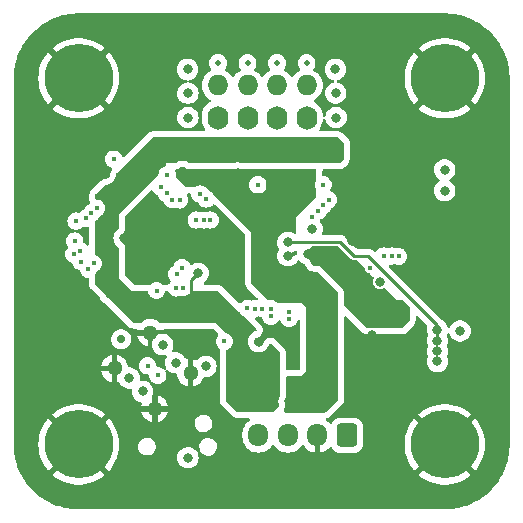
<source format=gbr>
%TF.GenerationSoftware,KiCad,Pcbnew,7.0.8*%
%TF.CreationDate,2023-11-08T16:14:15-05:00*%
%TF.ProjectId,lemon-pepper,6c656d6f-6e2d-4706-9570-7065722e6b69,rev?*%
%TF.SameCoordinates,PX8b85c60PY52f2218*%
%TF.FileFunction,Copper,L3,Inr*%
%TF.FilePolarity,Positive*%
%FSLAX46Y46*%
G04 Gerber Fmt 4.6, Leading zero omitted, Abs format (unit mm)*
G04 Created by KiCad (PCBNEW 7.0.8) date 2023-11-08 16:14:15*
%MOMM*%
%LPD*%
G01*
G04 APERTURE LIST*
G04 Aperture macros list*
%AMRoundRect*
0 Rectangle with rounded corners*
0 $1 Rounding radius*
0 $2 $3 $4 $5 $6 $7 $8 $9 X,Y pos of 4 corners*
0 Add a 4 corners polygon primitive as box body*
4,1,4,$2,$3,$4,$5,$6,$7,$8,$9,$2,$3,0*
0 Add four circle primitives for the rounded corners*
1,1,$1+$1,$2,$3*
1,1,$1+$1,$4,$5*
1,1,$1+$1,$6,$7*
1,1,$1+$1,$8,$9*
0 Add four rect primitives between the rounded corners*
20,1,$1+$1,$2,$3,$4,$5,0*
20,1,$1+$1,$4,$5,$6,$7,0*
20,1,$1+$1,$6,$7,$8,$9,0*
20,1,$1+$1,$8,$9,$2,$3,0*%
G04 Aperture macros list end*
%TA.AperFunction,ComponentPad*%
%ADD10C,5.800000*%
%TD*%
%TA.AperFunction,ComponentPad*%
%ADD11C,0.700000*%
%TD*%
%TA.AperFunction,ComponentPad*%
%ADD12C,1.300000*%
%TD*%
%TA.AperFunction,HeatsinkPad*%
%ADD13C,0.500000*%
%TD*%
%TA.AperFunction,ComponentPad*%
%ADD14O,1.750000X1.750000*%
%TD*%
%TA.AperFunction,ComponentPad*%
%ADD15O,1.750000X2.000000*%
%TD*%
%TA.AperFunction,ComponentPad*%
%ADD16RoundRect,0.250000X0.600000X0.725000X-0.600000X0.725000X-0.600000X-0.725000X0.600000X-0.725000X0*%
%TD*%
%TA.AperFunction,ComponentPad*%
%ADD17O,1.700000X1.950000*%
%TD*%
%TA.AperFunction,ViaPad*%
%ADD18C,0.800000*%
%TD*%
%TA.AperFunction,ViaPad*%
%ADD19C,0.450000*%
%TD*%
%TA.AperFunction,Conductor*%
%ADD20C,0.250000*%
%TD*%
%TA.AperFunction,Conductor*%
%ADD21C,0.200000*%
%TD*%
G04 APERTURE END LIST*
D10*
%TO.N,GND*%
%TO.C,H101*%
X-15500000Y-15500000D03*
X15500000Y-15500000D03*
X-15500000Y15500000D03*
X15500000Y15500000D03*
%TD*%
D11*
%TO.N,*%
%TO.C,J201*%
X-11891366Y-6598979D03*
D12*
%TO.N,GND*%
X-9416493Y-6033293D03*
X-12457052Y-9073852D03*
X-6022380Y-9427406D03*
X-9062939Y-12467965D03*
%TD*%
D13*
%TO.N,/current sense/U_OUT*%
%TO.C,M101*%
X-3700000Y16775000D03*
D14*
X-3700000Y14900000D03*
D15*
X-3700000Y12150000D03*
D13*
%TO.N,/current sense/W_OUT*%
X-1200000Y16775000D03*
D14*
X-1200000Y14900000D03*
D15*
X-1200000Y12150000D03*
D13*
%TO.N,/half bridges/OUT1B*%
X1300000Y16775000D03*
D14*
X1300000Y14900000D03*
D15*
X1300000Y12150000D03*
D13*
%TO.N,/current sense/V_OUT*%
X3800000Y16775000D03*
D14*
X3800000Y14900000D03*
D15*
X3800000Y12150000D03*
%TD*%
D16*
%TO.N,Vmot*%
%TO.C,J101*%
X7225000Y-14725000D03*
D17*
%TO.N,GND*%
X4725000Y-14725000D03*
%TO.N,/mcu/CANL*%
X2225000Y-14725000D03*
%TO.N,/mcu/CANH*%
X-275000Y-14725000D03*
%TD*%
D18*
%TO.N,Vmot*%
X15500000Y5975000D03*
%TO.N,GND*%
X7675000Y2750000D03*
X-14875000Y-2675000D03*
X-4389562Y-226525D03*
X-2375000Y-14600000D03*
X-15600000Y6950000D03*
X15825000Y-3275000D03*
X-10375000Y675000D03*
X7675000Y1725000D03*
X13625000Y6600000D03*
X-13225000Y7400000D03*
X-9125000Y1975000D03*
X-10375000Y1950000D03*
X6075000Y7175000D03*
X-10375000Y3150000D03*
X13650000Y4175000D03*
X-1950000Y-1300000D03*
X-11650000Y1975000D03*
X8675000Y2725000D03*
X13650000Y3025000D03*
X9300000Y-6225000D03*
X1475000Y-6125000D03*
X6625000Y2800000D03*
X-250000Y-6800000D03*
X-5395400Y-6375500D03*
X-2400000Y-16525000D03*
X7700000Y3775000D03*
X2223706Y475843D03*
X13650000Y5375000D03*
%TO.N,Vmot*%
X3900000Y650000D03*
X-6275000Y16250000D03*
X15504152Y7750500D03*
X4550000Y0D03*
X6305664Y12175000D03*
X6275000Y14250000D03*
X9950000Y-3975000D03*
X9025000Y-4375000D03*
X5450000Y175000D03*
X-6250000Y12175000D03*
X-6250000Y14225000D03*
X9850000Y-5000000D03*
X6250000Y16250000D03*
D19*
%TO.N,/mcu/USBD_P*%
X-8800000Y-9650000D03*
X-9650000Y-8850000D03*
D18*
%TO.N,+3V3*%
X-11533925Y-3208574D03*
X16800000Y-5900000D03*
X500000Y-12150000D03*
X14875000Y-5825000D03*
X4500000Y8875000D03*
X-6250000Y-16625000D03*
X-1700000Y-12150000D03*
X-5450000Y8943221D03*
X14875000Y-6725000D03*
X-625000Y-12150000D03*
X-8825000Y8950000D03*
X-5375500Y-1000000D03*
X-12874972Y-2731439D03*
X-750000Y8891300D03*
X2225000Y1600000D03*
X-2200000Y-11200000D03*
X-1125000Y-11200000D03*
X14875000Y-7625000D03*
X-300000Y-8700000D03*
X14875000Y-8475000D03*
D19*
%TO.N,/mcu/RESET*%
X-15712500Y3412500D03*
X-12525000Y8650000D03*
X-3150000Y-6775000D03*
%TO.N,/current sense/U_SENSE*%
X-8000000Y7325000D03*
X-14875000Y3650000D03*
%TO.N,/current sense/V_SENSE*%
X-4700000Y5275000D03*
X-8900000Y-2475000D03*
X-6950000Y5200000D03*
X5224500Y6500000D03*
%TO.N,/current sense/W_SENSE*%
X-7600000Y5225000D03*
X-5250000Y5700000D03*
X-14675000Y-675000D03*
X-325000Y6475000D03*
D18*
%TO.N,/usb/USB_5V*%
X-10078416Y-11020447D03*
X-11225658Y-9867749D03*
X-7277420Y-8590784D03*
X-4725000Y-8900000D03*
X-8375000Y-7050000D03*
%TO.N,Net-(D603-K)*%
X10000000Y-1725000D03*
X4275000Y2750000D03*
D19*
%TO.N,Net-(D601-K)*%
X5674866Y5213244D03*
X11600000Y425000D03*
%TO.N,/half bridges/ENA*%
X9150000Y-575000D03*
X4225000Y3750000D03*
X-6650000Y-2225000D03*
%TO.N,/encoder/SCK*%
X775000Y-4000000D03*
X-15825000Y1725000D03*
%TO.N,/encoder/CIPO*%
X-15350000Y875000D03*
X-600000Y-4000000D03*
%TO.N,/encoder/COPI*%
X62132Y-4000000D03*
X-15900000Y600000D03*
%TO.N,/encoder/CS*%
X775000Y-4650000D03*
X-14226234Y-173766D03*
%TO.N,/encoder/CAL_EN*%
X-15325000Y-25000D03*
X-1225000Y-3975000D03*
%TO.N,/mcu/CAN_TX*%
X-4925000Y3500000D03*
X-8050000Y5750000D03*
%TO.N,/mcu/CAN_RX*%
X-8525000Y6275000D03*
X-4342158Y3500000D03*
%TO.N,/half bridges/IN2B*%
X4774750Y4275460D03*
X-14425000Y4075000D03*
%TO.N,/half bridges/IN1A*%
X11000000Y450000D03*
X-7200000Y-1075000D03*
%TO.N,/half bridges/IN2A*%
X-6750000Y-525000D03*
X10325000Y450000D03*
%TO.N,/half bridges/IN1B*%
X-13975000Y4500000D03*
X5225000Y4750000D03*
%TO.N,/mcu/DIR*%
X-7223910Y-2251087D03*
X2350000Y-4250000D03*
%TO.N,/mcu/STEP*%
X2325000Y-4850000D03*
X-5550000Y3500000D03*
D18*
%TO.N,GNDA*%
X-1999500Y7475000D03*
X3150000Y7387992D03*
X3475000Y-11825000D03*
X3475000Y-10900000D03*
X-6699500Y7600000D03*
X2325000Y-11850000D03*
%TD*%
D20*
%TO.N,+3V3*%
X-5375500Y-1000000D02*
X-5950000Y-1574500D01*
X14875000Y-5425000D02*
X14875000Y-6725000D01*
X6650000Y1600000D02*
X7800000Y450000D01*
X9000000Y450000D02*
X14875000Y-5425000D01*
X2225000Y1600000D02*
X6650000Y1600000D01*
X-5950000Y-1574500D02*
X-5950000Y-3300000D01*
X7800000Y450000D02*
X9000000Y450000D01*
D21*
%TO.N,GNDA*%
X3450000Y-11850000D02*
X3475000Y-11825000D01*
X3475000Y-11825000D02*
X3475000Y-11600000D01*
X3475000Y-11825000D02*
X3475000Y-11500000D01*
%TD*%
%TA.AperFunction,Conductor*%
%TO.N,Vmot*%
G36*
X6530851Y1254815D02*
G01*
X6551493Y1238181D01*
X7557863Y231811D01*
X7561518Y227822D01*
X7587541Y196810D01*
X7587543Y196809D01*
X7587545Y196806D01*
X7587547Y196805D01*
X7587548Y196804D01*
X7622599Y176567D01*
X7627162Y173661D01*
X7660316Y150446D01*
X7660319Y150446D01*
X7665176Y148180D01*
X7681933Y141240D01*
X7686953Y139413D01*
X7686955Y139412D01*
X7722806Y133091D01*
X7726808Y132385D01*
X7732080Y131217D01*
X7771193Y120736D01*
X7811522Y124265D01*
X7816924Y124500D01*
X7974138Y124500D01*
X8041177Y104815D01*
X8061819Y88181D01*
X8689614Y-539614D01*
X8723099Y-600937D01*
X8724406Y-607898D01*
X8740279Y-708121D01*
X8740280Y-708124D01*
X8740281Y-708126D01*
X8801472Y-828220D01*
X8801473Y-828221D01*
X8801476Y-828225D01*
X8896774Y-923523D01*
X8896778Y-923526D01*
X8896780Y-923528D01*
X9016874Y-984719D01*
X9117105Y-1000594D01*
X9180236Y-1030521D01*
X9185385Y-1035385D01*
X9445198Y-1295198D01*
X9478683Y-1356521D01*
X9473699Y-1426213D01*
X9472078Y-1430331D01*
X9414957Y-1568234D01*
X9414955Y-1568239D01*
X9394318Y-1724998D01*
X9394318Y-1725001D01*
X9414955Y-1881760D01*
X9414956Y-1881762D01*
X9425595Y-1907448D01*
X9475464Y-2027841D01*
X9571718Y-2153282D01*
X9697159Y-2249536D01*
X9843238Y-2310044D01*
X9921619Y-2320363D01*
X9999999Y-2330682D01*
X10000000Y-2330682D01*
X10000001Y-2330682D01*
X10052254Y-2323802D01*
X10156762Y-2310044D01*
X10294669Y-2252920D01*
X10364136Y-2245452D01*
X10426616Y-2276727D01*
X10429801Y-2279801D01*
X11450000Y-3300000D01*
X11973638Y-3300000D01*
X12040677Y-3319685D01*
X12061319Y-3336319D01*
X12488681Y-3763681D01*
X12522166Y-3825004D01*
X12525000Y-3851362D01*
X12525000Y-4998638D01*
X12505315Y-5065677D01*
X12488681Y-5086319D01*
X11936319Y-5638681D01*
X11874996Y-5672166D01*
X11848638Y-5675000D01*
X9566031Y-5675000D01*
X9518579Y-5665561D01*
X9456765Y-5639957D01*
X9456760Y-5639955D01*
X9300001Y-5619318D01*
X9299999Y-5619318D01*
X9143239Y-5639955D01*
X9143234Y-5639957D01*
X9081421Y-5665561D01*
X9033969Y-5675000D01*
X8951362Y-5675000D01*
X8884323Y-5655315D01*
X8863681Y-5638681D01*
X7016819Y-3791819D01*
X6983334Y-3730496D01*
X6980500Y-3704138D01*
X6980500Y-2662827D01*
X6979050Y-2635773D01*
X6979050Y-2635772D01*
X6974769Y-2595964D01*
X6966114Y-2542554D01*
X6966114Y-2542552D01*
X6915833Y-2407747D01*
X6915832Y-2407743D01*
X6882347Y-2346420D01*
X6796123Y-2231239D01*
X6796118Y-2231234D01*
X6796113Y-2231228D01*
X5136993Y-572109D01*
X5053857Y-504950D01*
X5010062Y-476657D01*
X4914662Y-428476D01*
X4774217Y-397223D01*
X4704550Y-391907D01*
X4704547Y-391907D01*
X4699627Y-392235D01*
X4660265Y-394862D01*
X4656136Y-395000D01*
X4521516Y-395000D01*
X4495736Y-392290D01*
X4473984Y-387666D01*
X4440010Y-380445D01*
X4415356Y-372434D01*
X4363325Y-349268D01*
X4340878Y-336308D01*
X4294777Y-302815D01*
X4275514Y-285471D01*
X4251455Y-258751D01*
X4237399Y-243140D01*
X4222163Y-222169D01*
X4193677Y-172830D01*
X4183133Y-149148D01*
X4178131Y-133753D01*
X4178126Y-133743D01*
X4178123Y-133733D01*
X4141030Y-47687D01*
X4119076Y-7487D01*
X4119072Y-7481D01*
X4066719Y70254D01*
X4059943Y76472D01*
X3960704Y167531D01*
X3917880Y196806D01*
X3879020Y223372D01*
X3834786Y277456D01*
X3825000Y325738D01*
X3825000Y773638D01*
X3844685Y840677D01*
X3861319Y861319D01*
X4238181Y1238181D01*
X4299504Y1271666D01*
X4325862Y1274500D01*
X6463812Y1274500D01*
X6530851Y1254815D01*
G37*
%TD.AperFunction*%
%TD*%
%TA.AperFunction,Conductor*%
%TO.N,GNDA*%
G36*
X-6645236Y7992291D02*
G01*
X-6589512Y7980447D01*
X-6564856Y7972435D01*
X-6512825Y7949269D01*
X-6490377Y7936309D01*
X-6454817Y7910474D01*
X-6443004Y7902397D01*
X-6443002Y7902396D01*
X-6430992Y7894433D01*
X-6300115Y7834662D01*
X-6257343Y7822103D01*
X-6233081Y7814978D01*
X-6233076Y7814977D01*
X-6233072Y7814976D01*
X-6090656Y7794500D01*
X-6090653Y7794500D01*
X-2386845Y7794500D01*
X-2386840Y7794500D01*
X-2281736Y7805547D01*
X-2231300Y7816268D01*
X-2130793Y7848926D01*
X-2130783Y7848931D01*
X-2128301Y7849883D01*
X-2109635Y7855415D01*
X-2053758Y7867292D01*
X-2027984Y7870000D01*
X-1971016Y7870000D01*
X-1945238Y7867291D01*
X-1909572Y7859711D01*
X-1889385Y7855420D01*
X-1870728Y7849894D01*
X-1868225Y7848934D01*
X-1868205Y7848925D01*
X-1767700Y7816268D01*
X-1767698Y7816268D01*
X-1767696Y7816267D01*
X-1761631Y7814978D01*
X-1717264Y7805547D01*
X-1612160Y7794500D01*
X4501000Y7794500D01*
X4568039Y7774815D01*
X4613794Y7722011D01*
X4625000Y7670500D01*
X4625000Y6945266D01*
X4605994Y6879295D01*
X4566712Y6816779D01*
X4566709Y6816772D01*
X4512712Y6662456D01*
X4494409Y6500004D01*
X4494409Y6499997D01*
X4512712Y6337545D01*
X4512713Y6337540D01*
X4512714Y6337539D01*
X4521001Y6313856D01*
X4566711Y6183224D01*
X4605993Y6120708D01*
X4625000Y6054735D01*
X4625000Y5501362D01*
X4605315Y5434323D01*
X4588681Y5413681D01*
X2900000Y3725001D01*
X2900000Y2466027D01*
X2880315Y2398988D01*
X2827511Y2353233D01*
X2758353Y2343289D01*
X2703116Y2365708D01*
X2677733Y2384149D01*
X2677729Y2384152D01*
X2504807Y2461143D01*
X2504802Y2461145D01*
X2359001Y2492135D01*
X2319646Y2500500D01*
X2130354Y2500500D01*
X2097897Y2493602D01*
X1945197Y2461145D01*
X1945192Y2461143D01*
X1772270Y2384152D01*
X1772265Y2384149D01*
X1619129Y2272889D01*
X1492466Y2132215D01*
X1397821Y1968285D01*
X1397818Y1968278D01*
X1347513Y1813454D01*
X1339326Y1788256D01*
X1319540Y1600000D01*
X1339326Y1411744D01*
X1339327Y1411741D01*
X1397818Y1231723D01*
X1397823Y1231711D01*
X1473265Y1101041D01*
X1489738Y1033141D01*
X1473265Y977042D01*
X1396527Y844128D01*
X1396524Y844121D01*
X1341241Y673975D01*
X1338032Y664099D01*
X1318246Y475843D01*
X1338032Y287587D01*
X1338033Y287584D01*
X1396524Y107566D01*
X1396527Y107559D01*
X1491173Y-56373D01*
X1580372Y-155438D01*
X1617835Y-197045D01*
X1770971Y-308305D01*
X1770976Y-308308D01*
X1943898Y-385299D01*
X1943903Y-385301D01*
X2129060Y-424657D01*
X2129061Y-424657D01*
X2318350Y-424657D01*
X2318352Y-424657D01*
X2503509Y-385301D01*
X2676436Y-308308D01*
X2829577Y-197045D01*
X2956239Y-56373D01*
X3014694Y44876D01*
X3065260Y93090D01*
X3133867Y106314D01*
X3198732Y80346D01*
X3214227Y65851D01*
X3294129Y-22888D01*
X3294132Y-22890D01*
X3447265Y-134148D01*
X3447270Y-134151D01*
X3626134Y-213788D01*
X3625351Y-215546D01*
X3675426Y-249778D01*
X3697373Y-289965D01*
X3722818Y-368277D01*
X3722821Y-368284D01*
X3817467Y-532216D01*
X3896325Y-619796D01*
X3944129Y-672888D01*
X4097265Y-784148D01*
X4097270Y-784151D01*
X4270192Y-861142D01*
X4270197Y-861144D01*
X4455354Y-900500D01*
X4455355Y-900500D01*
X4644645Y-900500D01*
X4644646Y-900500D01*
X4666089Y-895942D01*
X4735756Y-901258D01*
X4779551Y-929551D01*
X6438681Y-2588681D01*
X6472166Y-2650004D01*
X6475000Y-2676362D01*
X6475000Y-11673638D01*
X6455315Y-11740677D01*
X6438681Y-11761319D01*
X5436319Y-12763681D01*
X5374996Y-12797166D01*
X5348638Y-12800000D01*
X2051362Y-12800000D01*
X1984323Y-12780315D01*
X1963681Y-12763681D01*
X1906070Y-12706070D01*
X1872585Y-12644747D01*
X1877569Y-12575055D01*
X1888867Y-12552932D01*
X1888737Y-12552858D01*
X1890260Y-12550204D01*
X1890531Y-12549675D01*
X1890775Y-12549307D01*
X1890777Y-12549305D01*
X1923022Y-12493147D01*
X1973538Y-12369948D01*
X1989940Y-12227005D01*
X1987945Y-12157164D01*
X1963411Y-12015391D01*
X1940529Y-11944967D01*
X1935142Y-11919624D01*
X1929186Y-11862955D01*
X1929186Y-11837036D01*
X1930027Y-11829036D01*
X1935141Y-11780372D01*
X1940529Y-11755026D01*
X1958135Y-11700843D01*
X1968675Y-11677168D01*
X1996162Y-11629562D01*
X2046662Y-11507645D01*
X2063275Y-11445645D01*
X2080500Y-11314811D01*
X2080500Y-9849000D01*
X2100185Y-9781961D01*
X2152989Y-9736206D01*
X2204500Y-9725000D01*
X3325000Y-9725000D01*
X3775000Y-9275000D01*
X3775000Y-3875000D01*
X3400000Y-3500000D01*
X1352374Y-3500000D01*
X1285335Y-3480315D01*
X1264693Y-3463681D01*
X1230204Y-3429192D01*
X1091774Y-3342210D01*
X937455Y-3288212D01*
X775004Y-3269909D01*
X774996Y-3269909D01*
X627547Y-3286522D01*
X558725Y-3274467D01*
X525983Y-3250983D01*
X-863681Y-1861319D01*
X-897166Y-1799996D01*
X-900000Y-1773638D01*
X-900000Y2450000D01*
X-4033069Y5583069D01*
X-4050379Y5604775D01*
X-4129192Y5730204D01*
X-4244796Y5845808D01*
X-4271299Y5862461D01*
X-4370224Y5924620D01*
X-4391933Y5941933D01*
X-4725000Y6275000D01*
X-4765744Y6275000D01*
X-4831717Y6294007D01*
X-4933221Y6357787D01*
X-4933226Y6357790D01*
X-5087543Y6411788D01*
X-5249996Y6430091D01*
X-5250004Y6430091D01*
X-5412458Y6411788D01*
X-5566775Y6357790D01*
X-5566780Y6357787D01*
X-5668283Y6294007D01*
X-5734256Y6275000D01*
X-6298638Y6275000D01*
X-6365677Y6294685D01*
X-6386319Y6311319D01*
X-6549997Y6474997D01*
X-1055091Y6474997D01*
X-1036788Y6312545D01*
X-982790Y6158226D01*
X-925327Y6066775D01*
X-895808Y6019796D01*
X-780204Y5904192D01*
X-641775Y5817211D01*
X-487461Y5763214D01*
X-487458Y5763214D01*
X-487456Y5763213D01*
X-325004Y5744909D01*
X-325000Y5744909D01*
X-324996Y5744909D01*
X-162545Y5763213D01*
X-162544Y5763214D01*
X-162539Y5763214D01*
X-8225Y5817211D01*
X130204Y5904192D01*
X245808Y6019796D01*
X332789Y6158225D01*
X386786Y6312539D01*
X386787Y6312545D01*
X405091Y6474997D01*
X405091Y6475004D01*
X386787Y6637456D01*
X386786Y6637458D01*
X386786Y6637461D01*
X332789Y6791775D01*
X245808Y6930204D01*
X130204Y7045808D01*
X-8226Y7132790D01*
X-162545Y7186788D01*
X-324996Y7205091D01*
X-325004Y7205091D01*
X-487456Y7186788D01*
X-641775Y7132790D01*
X-780205Y7045808D01*
X-895808Y6930205D01*
X-982790Y6791775D01*
X-1036788Y6637456D01*
X-1055091Y6475004D01*
X-1055091Y6474997D01*
X-6549997Y6474997D01*
X-7240858Y7165858D01*
X-7274343Y7227181D01*
X-7276397Y7267420D01*
X-7269909Y7325000D01*
X-7288214Y7487461D01*
X-7340856Y7637900D01*
X-7344416Y7707677D01*
X-7309687Y7768305D01*
X-7248438Y7800383D01*
X-7131398Y7824099D01*
X-7131396Y7824100D01*
X-7131389Y7824101D01*
X-7068482Y7846547D01*
X-7066290Y7847208D01*
X-7065583Y7847581D01*
X-7065581Y7847581D01*
X-6938330Y7914727D01*
X-6908627Y7936309D01*
X-6886189Y7949264D01*
X-6834140Y7972438D01*
X-6809498Y7980445D01*
X-6753758Y7992292D01*
X-6727986Y7995000D01*
X-6671016Y7995000D01*
X-6645236Y7992291D01*
G37*
%TD.AperFunction*%
%TD*%
%TA.AperFunction,Conductor*%
%TO.N,+3V3*%
G36*
X6515677Y10480315D02*
G01*
X6536319Y10463681D01*
X6913681Y10086319D01*
X6947166Y10024996D01*
X6950000Y9998638D01*
X6950000Y8676362D01*
X6930315Y8609323D01*
X6913681Y8588681D01*
X6661319Y8336319D01*
X6599996Y8302834D01*
X6573638Y8300000D01*
X-1612160Y8300000D01*
X-1662596Y8310721D01*
X-1719694Y8336143D01*
X-1719698Y8336145D01*
X-1865499Y8367135D01*
X-1904854Y8375500D01*
X-2094146Y8375500D01*
X-2126603Y8368602D01*
X-2279303Y8336145D01*
X-2279307Y8336143D01*
X-2336404Y8310721D01*
X-2386840Y8300000D01*
X-6090656Y8300000D01*
X-6157695Y8319685D01*
X-6163541Y8323682D01*
X-6246766Y8384149D01*
X-6246771Y8384152D01*
X-6419693Y8461143D01*
X-6419698Y8461145D01*
X-6565499Y8492135D01*
X-6604854Y8500500D01*
X-6794146Y8500500D01*
X-6826603Y8493602D01*
X-6979303Y8461145D01*
X-6979308Y8461143D01*
X-7152230Y8384152D01*
X-7152235Y8384149D01*
X-7235459Y8323682D01*
X-7301265Y8300202D01*
X-7308344Y8300000D01*
X-8550000Y8300000D01*
X-10000000Y9750000D01*
X-9286319Y10463681D01*
X-9224996Y10497166D01*
X-9198638Y10500000D01*
X6448638Y10500000D01*
X6515677Y10480315D01*
G37*
%TD.AperFunction*%
%TD*%
%TA.AperFunction,Conductor*%
%TO.N,GND*%
G36*
X-227983Y-4667118D02*
G01*
X-100329Y-4711786D01*
X-100323Y-4711786D01*
X-100321Y-4711787D01*
X-43485Y-4718191D01*
X20930Y-4745257D01*
X60485Y-4802851D01*
X62893Y-4811543D01*
X117210Y-4966774D01*
X162503Y-5038857D01*
X204192Y-5105204D01*
X319796Y-5220808D01*
X458225Y-5307789D01*
X612539Y-5361786D01*
X612542Y-5361786D01*
X612544Y-5361787D01*
X774996Y-5380091D01*
X775000Y-5380091D01*
X775004Y-5380091D01*
X937455Y-5361787D01*
X937456Y-5361786D01*
X937461Y-5361786D01*
X1091775Y-5307789D01*
X1230204Y-5220808D01*
X1345808Y-5105204D01*
X1401417Y-5016702D01*
X1453752Y-4970412D01*
X1522806Y-4959764D01*
X1586654Y-4988139D01*
X1623453Y-5041721D01*
X1667210Y-5166774D01*
X1701162Y-5220808D01*
X1754192Y-5305204D01*
X1869796Y-5420808D01*
X2008225Y-5507789D01*
X2162539Y-5561786D01*
X2162542Y-5561786D01*
X2162544Y-5561787D01*
X2324996Y-5580091D01*
X2325000Y-5580091D01*
X2325004Y-5580091D01*
X2487455Y-5561787D01*
X2487456Y-5561786D01*
X2487461Y-5561786D01*
X2641775Y-5507789D01*
X2780204Y-5420808D01*
X2895808Y-5305204D01*
X2982789Y-5166775D01*
X3028459Y-5036257D01*
X3069180Y-4979483D01*
X3134132Y-4953735D01*
X3202694Y-4967191D01*
X3253097Y-5015578D01*
X3269500Y-5077213D01*
X3269500Y-9014254D01*
X3249815Y-9081293D01*
X3233181Y-9101935D01*
X3151935Y-9183181D01*
X3090612Y-9216666D01*
X3064254Y-9219500D01*
X2204500Y-9219500D01*
X2137461Y-9199815D01*
X2091706Y-9147011D01*
X2080500Y-9095500D01*
X2080500Y-7787827D01*
X2079050Y-7760773D01*
X2079050Y-7760772D01*
X2074769Y-7720964D01*
X2072619Y-7707695D01*
X2066114Y-7667552D01*
X2015832Y-7532743D01*
X1982347Y-7471420D01*
X1896123Y-7356239D01*
X1896118Y-7356234D01*
X1896113Y-7356228D01*
X1367736Y-6827852D01*
X1179748Y-6639864D01*
X1116510Y-6586241D01*
X1083540Y-6562644D01*
X1083541Y-6562644D01*
X1083536Y-6562641D01*
X1012372Y-6520073D01*
X875535Y-6475612D01*
X875533Y-6475611D01*
X806687Y-6463698D01*
X806683Y-6463697D01*
X662867Y-6459589D01*
X662863Y-6459589D01*
X523708Y-6496169D01*
X523707Y-6496169D01*
X459357Y-6523365D01*
X459354Y-6523366D01*
X336143Y-6597664D01*
X238866Y-6703653D01*
X238860Y-6703660D01*
X199420Y-6761339D01*
X199417Y-6761341D01*
X135933Y-6890462D01*
X135931Y-6890469D01*
X116861Y-6949158D01*
X106320Y-6972833D01*
X90804Y-6999709D01*
X77838Y-7022167D01*
X62602Y-7043137D01*
X24489Y-7085467D01*
X5221Y-7102816D01*
X-40876Y-7136306D01*
X-63323Y-7149265D01*
X-115361Y-7172434D01*
X-140014Y-7180445D01*
X-177210Y-7188352D01*
X-195737Y-7192290D01*
X-221518Y-7195000D01*
X-278484Y-7195000D01*
X-304264Y-7192290D01*
X-326016Y-7187666D01*
X-359990Y-7180445D01*
X-384644Y-7172434D01*
X-436675Y-7149268D01*
X-459122Y-7136308D01*
X-505223Y-7102815D01*
X-524486Y-7085472D01*
X-562604Y-7043137D01*
X-577838Y-7022169D01*
X-602600Y-6979279D01*
X-606324Y-6972829D01*
X-616864Y-6949155D01*
X-634470Y-6894972D01*
X-639859Y-6869617D01*
X-640687Y-6861740D01*
X-645814Y-6812956D01*
X-645814Y-6787037D01*
X-639859Y-6730374D01*
X-634472Y-6705032D01*
X-616865Y-6650841D01*
X-606328Y-6627176D01*
X-577835Y-6577824D01*
X-562608Y-6556866D01*
X-524481Y-6514521D01*
X-505224Y-6497181D01*
X-459130Y-6463692D01*
X-436689Y-6450736D01*
X-342449Y-6408777D01*
X-336595Y-6406518D01*
X-302108Y-6395177D01*
X-253580Y-6373154D01*
X-159551Y-6317515D01*
X-57811Y-6215778D01*
X-31459Y-6180577D01*
X-15942Y-6159850D01*
X-15940Y-6159846D01*
X-15939Y-6159845D01*
X-15933Y-6159837D01*
X53020Y-6033556D01*
X83603Y-5892964D01*
X88587Y-5823272D01*
X88534Y-5822537D01*
X85298Y-5777292D01*
X78323Y-5679761D01*
X28041Y-5544952D01*
X-5444Y-5483629D01*
X-91668Y-5368448D01*
X-91674Y-5368442D01*
X-91678Y-5368437D01*
X-534786Y-4925329D01*
X-568271Y-4864006D01*
X-563287Y-4794314D01*
X-521415Y-4738381D01*
X-460988Y-4714428D01*
X-437539Y-4711786D01*
X-309889Y-4667118D01*
X-240110Y-4663557D01*
X-227983Y-4667118D01*
G37*
%TD.AperFunction*%
%TA.AperFunction,Conductor*%
G36*
X-9254594Y6028011D02*
G01*
X-9198661Y5986139D01*
X-9186853Y5963999D01*
X-9185812Y5964500D01*
X-9182793Y5958231D01*
X-9126997Y5869433D01*
X-9095808Y5819796D01*
X-8980204Y5704192D01*
X-8965400Y5694890D01*
X-8841776Y5617211D01*
X-8827917Y5612362D01*
X-8818823Y5609180D01*
X-8762047Y5568460D01*
X-8742734Y5533092D01*
X-8707790Y5433226D01*
X-8676372Y5383225D01*
X-8620808Y5294796D01*
X-8505204Y5179192D01*
X-8453757Y5146866D01*
X-8366776Y5092211D01*
X-8360502Y5089190D01*
X-8361761Y5086577D01*
X-8315547Y5053444D01*
X-8296222Y5018060D01*
X-8257790Y4908226D01*
X-8202225Y4819796D01*
X-8170808Y4769796D01*
X-8055204Y4654192D01*
X-7916775Y4567211D01*
X-7762461Y4513214D01*
X-7762458Y4513214D01*
X-7762456Y4513213D01*
X-7600004Y4494909D01*
X-7600000Y4494909D01*
X-7599996Y4494909D01*
X-7437543Y4513213D01*
X-7437541Y4513214D01*
X-7437539Y4513214D01*
X-7351679Y4543259D01*
X-7281902Y4546821D01*
X-7269771Y4543259D01*
X-7232464Y4530205D01*
X-7112461Y4488214D01*
X-7112458Y4488214D01*
X-7112456Y4488213D01*
X-6950004Y4469909D01*
X-6950000Y4469909D01*
X-6949996Y4469909D01*
X-6787545Y4488213D01*
X-6787544Y4488214D01*
X-6787539Y4488214D01*
X-6633225Y4542211D01*
X-6494796Y4629192D01*
X-6379192Y4744796D01*
X-6292211Y4883225D01*
X-6238214Y5037539D01*
X-6238213Y5037545D01*
X-6219909Y5199997D01*
X-6219909Y5200004D01*
X-6238213Y5362456D01*
X-6238214Y5362458D01*
X-6238214Y5362461D01*
X-6292211Y5516775D01*
X-6331641Y5579528D01*
X-6350641Y5646765D01*
X-6330273Y5713600D01*
X-6277005Y5758814D01*
X-6226647Y5769500D01*
X-6098735Y5769500D01*
X-6031696Y5749815D01*
X-5985941Y5697011D01*
X-5975515Y5659383D01*
X-5961788Y5537545D01*
X-5907790Y5383226D01*
X-5907789Y5383225D01*
X-5820808Y5244796D01*
X-5705204Y5129192D01*
X-5566775Y5042211D01*
X-5412461Y4988214D01*
X-5412456Y4988214D01*
X-5407490Y4986476D01*
X-5350714Y4945755D01*
X-5343458Y4935418D01*
X-5270808Y4819796D01*
X-5155204Y4704192D01*
X-5016775Y4617211D01*
X-4862461Y4563214D01*
X-4862458Y4563214D01*
X-4862456Y4563213D01*
X-4700004Y4544909D01*
X-4700000Y4544909D01*
X-4699996Y4544909D01*
X-4537545Y4563213D01*
X-4537544Y4563214D01*
X-4537539Y4563214D01*
X-4383225Y4617211D01*
X-4244796Y4704192D01*
X-4144615Y4804374D01*
X-4083296Y4837856D01*
X-4013604Y4832872D01*
X-3969256Y4804371D01*
X-1441819Y2276935D01*
X-1408334Y2215612D01*
X-1405500Y2189254D01*
X-1405500Y-1787173D01*
X-1404050Y-1814227D01*
X-1404050Y-1814228D01*
X-1399769Y-1854036D01*
X-1391115Y-1907445D01*
X-1391115Y-1907447D01*
X-1353913Y-2007187D01*
X-1340832Y-2042257D01*
X-1318445Y-2083256D01*
X-1308714Y-2101078D01*
X-1307347Y-2103580D01*
X-1221123Y-2218761D01*
X-1221119Y-2218765D01*
X-1221114Y-2218771D01*
X-365950Y-3073934D01*
X-332465Y-3135257D01*
X-337449Y-3204948D01*
X-379321Y-3260882D01*
X-444785Y-3285299D01*
X-467514Y-3284835D01*
X-599996Y-3269909D01*
X-600004Y-3269909D01*
X-762458Y-3288212D01*
X-762460Y-3288213D01*
X-835827Y-3313884D01*
X-905606Y-3317445D01*
X-917733Y-3313884D01*
X-1062539Y-3263214D01*
X-1062540Y-3263213D01*
X-1062545Y-3263212D01*
X-1224996Y-3244909D01*
X-1225004Y-3244909D01*
X-1387456Y-3263212D01*
X-1541775Y-3317210D01*
X-1680203Y-3404191D01*
X-1780383Y-3504371D01*
X-1841706Y-3537855D01*
X-1911398Y-3532871D01*
X-1955745Y-3504370D01*
X-3315819Y-2144296D01*
X-3315820Y-2144296D01*
X-3335956Y-2126209D01*
X-3335955Y-2126209D01*
X-3367139Y-2101080D01*
X-3411026Y-2069433D01*
X-3541900Y-2009663D01*
X-3608937Y-1989978D01*
X-3608943Y-1989976D01*
X-3694396Y-1977690D01*
X-3751362Y-1969500D01*
X-3751364Y-1969500D01*
X-4796248Y-1969500D01*
X-4863287Y-1949815D01*
X-4909042Y-1897011D01*
X-4918986Y-1827853D01*
X-4889961Y-1764297D01*
X-4869133Y-1745182D01*
X-4833564Y-1719338D01*
X-4769629Y-1672888D01*
X-4642967Y-1532216D01*
X-4548321Y-1368284D01*
X-4489826Y-1188256D01*
X-4470040Y-1000000D01*
X-4489826Y-811744D01*
X-4548321Y-631716D01*
X-4642967Y-467784D01*
X-4769629Y-327112D01*
X-4816975Y-292713D01*
X-4922766Y-215851D01*
X-4922771Y-215848D01*
X-5095693Y-138857D01*
X-5095698Y-138855D01*
X-5241499Y-107865D01*
X-5280854Y-99500D01*
X-5470146Y-99500D01*
X-5502603Y-106398D01*
X-5655303Y-138855D01*
X-5655308Y-138857D01*
X-5828230Y-215848D01*
X-5828234Y-215850D01*
X-5901710Y-269234D01*
X-5967516Y-292713D01*
X-6035570Y-276887D01*
X-6084264Y-226781D01*
X-6091638Y-209862D01*
X-6092211Y-208225D01*
X-6108819Y-181793D01*
X-6179192Y-69796D01*
X-6294796Y45808D01*
X-6433226Y132790D01*
X-6587545Y186788D01*
X-6749996Y205091D01*
X-6750004Y205091D01*
X-6912456Y186788D01*
X-7066775Y132790D01*
X-7205205Y45808D01*
X-7320808Y-69795D01*
X-7407790Y-208225D01*
X-7429137Y-269234D01*
X-7449389Y-327112D01*
X-7456685Y-347962D01*
X-7497407Y-404738D01*
X-7511059Y-413220D01*
X-7510879Y-413507D01*
X-7516773Y-417210D01*
X-7516775Y-417211D01*
X-7587692Y-461770D01*
X-7655205Y-504192D01*
X-7770808Y-619795D01*
X-7857790Y-758225D01*
X-7911788Y-912544D01*
X-7930091Y-1074996D01*
X-7930091Y-1075003D01*
X-7911788Y-1237455D01*
X-7857790Y-1391774D01*
X-7770808Y-1530204D01*
X-7737605Y-1563407D01*
X-7704120Y-1624730D01*
X-7709104Y-1694422D01*
X-7737604Y-1738769D01*
X-7794720Y-1795885D01*
X-7869086Y-1914237D01*
X-7921421Y-1960527D01*
X-7990474Y-1971175D01*
X-7991721Y-1971003D01*
X-7991716Y-1971003D01*
X-8002175Y-1969500D01*
X-8059096Y-1969500D01*
X-8138688Y-1975805D01*
X-8177248Y-1981953D01*
X-8207528Y-1989272D01*
X-8261540Y-2002327D01*
X-8262224Y-1999497D01*
X-8319047Y-2003011D01*
X-8379202Y-1969786D01*
X-8444796Y-1904192D01*
X-8583226Y-1817210D01*
X-8737545Y-1763212D01*
X-8899996Y-1744909D01*
X-8900004Y-1744909D01*
X-9062456Y-1763212D01*
X-9216775Y-1817210D01*
X-9355205Y-1904192D01*
X-9355206Y-1904193D01*
X-9424716Y-1973702D01*
X-9486040Y-2007187D01*
X-9547332Y-2004997D01*
X-9598479Y-1989978D01*
X-9598485Y-1989976D01*
X-9683938Y-1977690D01*
X-9740904Y-1969500D01*
X-9740906Y-1969500D01*
X-10764254Y-1969500D01*
X-10831293Y-1949815D01*
X-10851935Y-1933181D01*
X-11533181Y-1251935D01*
X-11566666Y-1190612D01*
X-11569500Y-1164254D01*
X-11569500Y1107512D01*
X-11569500Y1107521D01*
X-11578186Y1200826D01*
X-11586635Y1245814D01*
X-11586637Y1245821D01*
X-11586638Y1245828D01*
X-11612392Y1335908D01*
X-11612394Y1335913D01*
X-11683141Y1461188D01*
X-11683140Y1461188D01*
X-11683143Y1461192D01*
X-11725809Y1516522D01*
X-11828990Y1616797D01*
X-11905217Y1672179D01*
X-11924480Y1689524D01*
X-11962601Y1731861D01*
X-11977839Y1752833D01*
X-11978466Y1753919D01*
X-12006326Y1802174D01*
X-12016864Y1825845D01*
X-12034470Y1880028D01*
X-12039859Y1905383D01*
X-12045814Y1962042D01*
X-12045814Y1987963D01*
X-12044964Y1996050D01*
X-12039859Y2044626D01*
X-12034472Y2069968D01*
X-12016865Y2124159D01*
X-12006328Y2147824D01*
X-11977836Y2197173D01*
X-11962614Y2218126D01*
X-11924477Y2260483D01*
X-11905225Y2277817D01*
X-11828989Y2333203D01*
X-11758602Y2395081D01*
X-11727173Y2428360D01*
X-11669433Y2502144D01*
X-11609662Y2633021D01*
X-11589977Y2700060D01*
X-11589976Y2700064D01*
X-11569500Y2842480D01*
X-11569500Y3499997D01*
X-6280091Y3499997D01*
X-6261788Y3337545D01*
X-6207790Y3183226D01*
X-6166984Y3118284D01*
X-6120808Y3044796D01*
X-6005204Y2929192D01*
X-5866775Y2842211D01*
X-5712461Y2788214D01*
X-5712458Y2788214D01*
X-5712456Y2788213D01*
X-5550004Y2769909D01*
X-5550000Y2769909D01*
X-5549996Y2769909D01*
X-5387543Y2788213D01*
X-5387541Y2788214D01*
X-5387539Y2788214D01*
X-5278455Y2826386D01*
X-5208677Y2829948D01*
X-5196547Y2826386D01*
X-5087461Y2788214D01*
X-5087458Y2788213D01*
X-4925004Y2769909D01*
X-4925000Y2769909D01*
X-4924996Y2769909D01*
X-4762543Y2788213D01*
X-4762541Y2788214D01*
X-4762539Y2788214D01*
X-4674534Y2819010D01*
X-4604756Y2822572D01*
X-4592626Y2819010D01*
X-4504619Y2788214D01*
X-4504616Y2788213D01*
X-4342162Y2769909D01*
X-4342158Y2769909D01*
X-4342154Y2769909D01*
X-4179703Y2788213D01*
X-4179702Y2788214D01*
X-4179697Y2788214D01*
X-4025383Y2842211D01*
X-3886954Y2929192D01*
X-3771350Y3044796D01*
X-3684369Y3183225D01*
X-3630372Y3337539D01*
X-3620498Y3425172D01*
X-3612067Y3499997D01*
X-3612067Y3500004D01*
X-3630371Y3662456D01*
X-3630372Y3662458D01*
X-3630372Y3662461D01*
X-3684369Y3816775D01*
X-3771350Y3955204D01*
X-3886954Y4070808D01*
X-3919008Y4090949D01*
X-4025384Y4157790D01*
X-4179703Y4211788D01*
X-4342154Y4230091D01*
X-4342162Y4230091D01*
X-4504618Y4211787D01*
X-4592625Y4180992D01*
X-4662404Y4177431D01*
X-4674533Y4180992D01*
X-4762541Y4211787D01*
X-4924996Y4230091D01*
X-4925004Y4230091D01*
X-5087456Y4211788D01*
X-5196546Y4173616D01*
X-5266325Y4170055D01*
X-5278454Y4173616D01*
X-5387545Y4211788D01*
X-5549996Y4230091D01*
X-5550004Y4230091D01*
X-5712456Y4211788D01*
X-5866775Y4157790D01*
X-6005205Y4070808D01*
X-6120808Y3955205D01*
X-6207790Y3816775D01*
X-6261788Y3662456D01*
X-6280091Y3500004D01*
X-6280091Y3499997D01*
X-11569500Y3499997D01*
X-11569500Y3764256D01*
X-11549815Y3831295D01*
X-11533186Y3851932D01*
X-9385607Y5999512D01*
X-9324286Y6032995D01*
X-9254594Y6028011D01*
G37*
%TD.AperFunction*%
%TA.AperFunction,Conductor*%
G36*
X2948146Y922719D02*
G01*
X2996841Y872613D01*
X3010717Y804135D01*
X3010493Y801785D01*
X2997121Y674558D01*
X2970537Y609943D01*
X2914357Y570339D01*
X2833630Y542399D01*
X2716427Y458941D01*
X2665861Y410728D01*
X2665860Y410726D01*
X2576917Y297625D01*
X2551541Y253674D01*
X2536306Y232706D01*
X2498191Y190374D01*
X2478925Y173026D01*
X2432832Y139538D01*
X2410383Y126578D01*
X2358345Y103409D01*
X2333692Y95398D01*
X2296496Y87491D01*
X2277969Y83553D01*
X2252188Y80843D01*
X2195222Y80843D01*
X2169442Y83553D01*
X2147690Y88177D01*
X2113716Y95398D01*
X2089062Y103409D01*
X2037031Y126575D01*
X2014584Y139535D01*
X1968483Y173028D01*
X1949220Y190371D01*
X1911102Y232706D01*
X1895868Y253674D01*
X1890750Y262539D01*
X1867382Y303014D01*
X1856842Y326688D01*
X1839236Y380871D01*
X1833847Y406226D01*
X1833374Y410726D01*
X1827892Y462887D01*
X1827892Y488806D01*
X1833847Y545469D01*
X1839234Y570811D01*
X1856841Y625002D01*
X1867379Y648668D01*
X1877221Y665716D01*
X1927789Y713928D01*
X1996397Y727148D01*
X2010382Y725001D01*
X2130354Y699500D01*
X2130355Y699500D01*
X2319644Y699500D01*
X2319646Y699500D01*
X2504803Y738856D01*
X2677730Y815849D01*
X2814290Y915066D01*
X2880092Y938544D01*
X2948146Y922719D01*
G37*
%TD.AperFunction*%
%TA.AperFunction,Conductor*%
G36*
X15717445Y20990507D02*
G01*
X15958385Y20979987D01*
X15963320Y20979573D01*
X16193261Y20950911D01*
X16421921Y20920807D01*
X16426490Y20920028D01*
X16655391Y20872032D01*
X16793210Y20841478D01*
X16878677Y20822530D01*
X16882939Y20821425D01*
X17107969Y20754431D01*
X17325459Y20685856D01*
X17329305Y20684502D01*
X17548675Y20598903D01*
X17758977Y20511792D01*
X17762437Y20510232D01*
X17974350Y20406635D01*
X18176129Y20301595D01*
X18179238Y20299861D01*
X18285211Y20236716D01*
X18382116Y20178973D01*
X18573954Y20056758D01*
X18576669Y20054926D01*
X18769063Y19917560D01*
X18949600Y19779029D01*
X18951872Y19777195D01*
X19132397Y19624299D01*
X19132415Y19624284D01*
X19301239Y19469584D01*
X19469583Y19301240D01*
X19624281Y19132418D01*
X19777186Y18951883D01*
X19779044Y18949579D01*
X19817088Y18900000D01*
X19908489Y18780883D01*
X19917559Y18769063D01*
X19961743Y18707180D01*
X20054924Y18576671D01*
X20056755Y18573957D01*
X20178973Y18382116D01*
X20299859Y18179240D01*
X20301593Y18176132D01*
X20406638Y17974343D01*
X20510220Y17762461D01*
X20511800Y17758957D01*
X20598915Y17548643D01*
X20684487Y17329341D01*
X20685859Y17325447D01*
X20754426Y17107983D01*
X20821420Y16882951D01*
X20822528Y16878679D01*
X20872038Y16655360D01*
X20920022Y16426512D01*
X20920811Y16421880D01*
X20950917Y16193205D01*
X20979569Y15963338D01*
X20979986Y15958371D01*
X20990505Y15717455D01*
X20999500Y15499999D01*
X20999500Y-15499999D01*
X20990505Y-15717454D01*
X20979986Y-15958369D01*
X20979569Y-15963336D01*
X20950925Y-16193141D01*
X20920807Y-16421894D01*
X20920018Y-16426526D01*
X20872048Y-16655312D01*
X20822530Y-16878670D01*
X20821422Y-16882943D01*
X20754426Y-17107982D01*
X20685859Y-17325445D01*
X20684487Y-17329339D01*
X20598915Y-17548642D01*
X20511800Y-17758955D01*
X20510220Y-17762459D01*
X20406643Y-17974330D01*
X20301580Y-18176154D01*
X20299847Y-18179263D01*
X20178982Y-18382098D01*
X20056742Y-18573975D01*
X20054910Y-18576690D01*
X19917565Y-18769055D01*
X19779044Y-18949577D01*
X19777168Y-18951904D01*
X19624283Y-19132414D01*
X19469583Y-19301239D01*
X19301239Y-19469583D01*
X19132414Y-19624283D01*
X18951904Y-19777168D01*
X18949577Y-19779044D01*
X18769055Y-19917565D01*
X18576690Y-20054910D01*
X18573975Y-20056742D01*
X18382098Y-20178982D01*
X18179263Y-20299847D01*
X18176154Y-20301580D01*
X17974330Y-20406643D01*
X17762459Y-20510220D01*
X17758955Y-20511800D01*
X17548642Y-20598915D01*
X17329339Y-20684487D01*
X17325445Y-20685859D01*
X17107982Y-20754426D01*
X16882943Y-20821422D01*
X16878670Y-20822530D01*
X16655312Y-20872048D01*
X16426526Y-20920018D01*
X16421894Y-20920807D01*
X16193141Y-20950925D01*
X15963336Y-20979569D01*
X15958369Y-20979986D01*
X15717454Y-20990505D01*
X15499999Y-20999500D01*
X-15499999Y-20999500D01*
X-15717455Y-20990505D01*
X-15958371Y-20979986D01*
X-15963338Y-20979569D01*
X-16193142Y-20950925D01*
X-16421896Y-20920807D01*
X-16426528Y-20920018D01*
X-16655313Y-20872048D01*
X-16878672Y-20822530D01*
X-16882945Y-20821422D01*
X-17107983Y-20754426D01*
X-17325447Y-20685859D01*
X-17329341Y-20684487D01*
X-17548643Y-20598915D01*
X-17758957Y-20511800D01*
X-17762461Y-20510220D01*
X-17974331Y-20406643D01*
X-18046352Y-20369151D01*
X-18176187Y-20301564D01*
X-18179236Y-20299863D01*
X-18301807Y-20226826D01*
X-18382099Y-20178982D01*
X-18573977Y-20056742D01*
X-18576692Y-20054910D01*
X-18681047Y-19980402D01*
X-18769056Y-19917564D01*
X-18845514Y-19858897D01*
X-18949579Y-19779044D01*
X-18951883Y-19777186D01*
X-19132418Y-19624281D01*
X-19301240Y-19469583D01*
X-19469584Y-19301239D01*
X-19624284Y-19132415D01*
X-19624285Y-19132414D01*
X-19777195Y-18951872D01*
X-19779029Y-18949600D01*
X-19917560Y-18769063D01*
X-20054926Y-18576669D01*
X-20056744Y-18573975D01*
X-20178983Y-18382098D01*
X-20196871Y-18352079D01*
X-20299878Y-18179212D01*
X-20301560Y-18176195D01*
X-20406644Y-17974330D01*
X-20434248Y-17917866D01*
X-20510238Y-17762426D01*
X-20511792Y-17758977D01*
X-20598903Y-17548675D01*
X-20684502Y-17329305D01*
X-20685856Y-17325459D01*
X-20754436Y-17107951D01*
X-20765486Y-17070834D01*
X-20821428Y-16882928D01*
X-20822532Y-16878670D01*
X-20872049Y-16655312D01*
X-20878405Y-16625000D01*
X-20920021Y-16426523D01*
X-20920809Y-16421894D01*
X-20931587Y-16340027D01*
X-20950914Y-16193234D01*
X-20979573Y-15963320D01*
X-20979987Y-15958385D01*
X-20990509Y-15717381D01*
X-20996097Y-15582288D01*
X-20999500Y-15500000D01*
X-20999500Y-15499999D01*
X-18904994Y-15499999D01*
X-18885034Y-15868142D01*
X-18885033Y-15868159D01*
X-18825390Y-16231960D01*
X-18825384Y-16231986D01*
X-18726757Y-16587209D01*
X-18726755Y-16587216D01*
X-18590294Y-16929710D01*
X-18590285Y-16929728D01*
X-18417594Y-17255458D01*
X-18210693Y-17560614D01*
X-18074504Y-17720948D01*
X-18074503Y-17720949D01*
X-16758649Y-16405095D01*
X-16704544Y-16483480D01*
X-16531184Y-16663966D01*
X-16405135Y-16758686D01*
X-17723480Y-18077031D01*
X-17723480Y-18077032D01*
X-17704357Y-18095147D01*
X-17704345Y-18095158D01*
X-17410842Y-18318274D01*
X-17410825Y-18318286D01*
X-17094933Y-18508350D01*
X-17094920Y-18508357D01*
X-16760329Y-18663155D01*
X-16410932Y-18780882D01*
X-16050866Y-18860138D01*
X-15684345Y-18899999D01*
X-15684337Y-18900000D01*
X-15315663Y-18900000D01*
X-15315656Y-18899999D01*
X-14949135Y-18860138D01*
X-14589069Y-18780882D01*
X-14239672Y-18663155D01*
X-13905081Y-18508357D01*
X-13905068Y-18508350D01*
X-13589176Y-18318286D01*
X-13589159Y-18318274D01*
X-13295660Y-18095161D01*
X-13276521Y-18077031D01*
X-14593121Y-16760431D01*
X-14565820Y-16743168D01*
X-14378499Y-16577216D01*
X-14239489Y-16406958D01*
X-12925499Y-17720948D01*
X-12925498Y-17720948D01*
X-12789310Y-17560615D01*
X-12789299Y-17560601D01*
X-12582407Y-17255458D01*
X-12409716Y-16929728D01*
X-12409707Y-16929710D01*
X-12288300Y-16625000D01*
X-7155460Y-16625000D01*
X-7135674Y-16813256D01*
X-7133708Y-16819309D01*
X-7077182Y-16993277D01*
X-7077179Y-16993284D01*
X-6982533Y-17157216D01*
X-6894075Y-17255458D01*
X-6855871Y-17297888D01*
X-6702735Y-17409148D01*
X-6702730Y-17409151D01*
X-6529808Y-17486142D01*
X-6529803Y-17486144D01*
X-6344646Y-17525500D01*
X-6344645Y-17525500D01*
X-6155356Y-17525500D01*
X-6155354Y-17525500D01*
X-5970197Y-17486144D01*
X-5797270Y-17409151D01*
X-5644129Y-17297888D01*
X-5517467Y-17157216D01*
X-5422821Y-16993284D01*
X-5364326Y-16813256D01*
X-5344540Y-16625000D01*
X-5364326Y-16436744D01*
X-5422821Y-16256716D01*
X-5517467Y-16092784D01*
X-5644129Y-15952112D01*
X-5644130Y-15952111D01*
X-5797266Y-15840851D01*
X-5797271Y-15840848D01*
X-5970193Y-15763857D01*
X-5970198Y-15763855D01*
X-6005564Y-15756338D01*
X-5287412Y-15756338D01*
X-5257137Y-15928032D01*
X-5188084Y-16088116D01*
X-5188083Y-16088118D01*
X-5188081Y-16088121D01*
X-5104418Y-16200499D01*
X-5083973Y-16227961D01*
X-4950419Y-16340027D01*
X-4794620Y-16418272D01*
X-4624976Y-16458478D01*
X-4624974Y-16458478D01*
X-4494376Y-16458478D01*
X-4494369Y-16458478D01*
X-4364641Y-16443315D01*
X-4200812Y-16383686D01*
X-4055151Y-16287883D01*
X-3935509Y-16161071D01*
X-3848338Y-16010085D01*
X-3798336Y-15843066D01*
X-3788198Y-15669018D01*
X-3818473Y-15497324D01*
X-3887526Y-15337240D01*
X-3905078Y-15313664D01*
X-3962702Y-15236262D01*
X-3991637Y-15197395D01*
X-4069742Y-15131857D01*
X-4125191Y-15085329D01*
X-4125193Y-15085328D01*
X-4280987Y-15007085D01*
X-4280989Y-15007084D01*
X-4280990Y-15007084D01*
X-4450634Y-14966878D01*
X-4581241Y-14966878D01*
X-4694753Y-14980145D01*
X-4710970Y-14982041D01*
X-4710973Y-14982042D01*
X-4874797Y-15041669D01*
X-4874801Y-15041671D01*
X-5020457Y-15137470D01*
X-5020458Y-15137471D01*
X-5140099Y-15264281D01*
X-5140102Y-15264287D01*
X-5227271Y-15415268D01*
X-5277274Y-15582288D01*
X-5277275Y-15582294D01*
X-5285780Y-15728314D01*
X-5287412Y-15756338D01*
X-6005564Y-15756338D01*
X-6137406Y-15728315D01*
X-6155354Y-15724500D01*
X-6344646Y-15724500D01*
X-6362594Y-15728315D01*
X-6529803Y-15763855D01*
X-6529808Y-15763857D01*
X-6702730Y-15840848D01*
X-6702735Y-15840851D01*
X-6855871Y-15952111D01*
X-6982534Y-16092785D01*
X-7077179Y-16256715D01*
X-7077182Y-16256722D01*
X-7133631Y-16430455D01*
X-7135674Y-16436744D01*
X-7155460Y-16625000D01*
X-12288300Y-16625000D01*
X-12273246Y-16587216D01*
X-12273244Y-16587209D01*
X-12174617Y-16231986D01*
X-12174611Y-16231960D01*
X-12114968Y-15868159D01*
X-12114967Y-15868142D01*
X-12107385Y-15728315D01*
X-10467940Y-15728315D01*
X-10460707Y-15769334D01*
X-10439696Y-15888494D01*
X-10437665Y-15900009D01*
X-10368612Y-16060093D01*
X-10368611Y-16060095D01*
X-10368609Y-16060098D01*
X-10293434Y-16161074D01*
X-10264501Y-16199938D01*
X-10130947Y-16312004D01*
X-9975148Y-16390249D01*
X-9805504Y-16430455D01*
X-9805502Y-16430455D01*
X-9674904Y-16430455D01*
X-9674897Y-16430455D01*
X-9545169Y-16415292D01*
X-9381340Y-16355663D01*
X-9235679Y-16259860D01*
X-9116037Y-16133048D01*
X-9028866Y-15982062D01*
X-8978864Y-15815043D01*
X-8968726Y-15640995D01*
X-8999001Y-15469301D01*
X-9068054Y-15309217D01*
X-9101505Y-15264285D01*
X-9172166Y-15169371D01*
X-9305719Y-15057306D01*
X-9305721Y-15057305D01*
X-9461515Y-14979062D01*
X-9461517Y-14979061D01*
X-9461518Y-14979061D01*
X-9631162Y-14938855D01*
X-9761769Y-14938855D01*
X-9875281Y-14952122D01*
X-9891498Y-14954018D01*
X-9891501Y-14954019D01*
X-10055325Y-15013646D01*
X-10055329Y-15013648D01*
X-10200985Y-15109447D01*
X-10200986Y-15109448D01*
X-10320627Y-15236258D01*
X-10320630Y-15236264D01*
X-10407799Y-15387245D01*
X-10457802Y-15554265D01*
X-10457803Y-15554271D01*
X-10467303Y-15717381D01*
X-10467940Y-15728315D01*
X-12107385Y-15728315D01*
X-12095006Y-15499999D01*
X-12095006Y-15499997D01*
X-12114967Y-15131857D01*
X-12114968Y-15131840D01*
X-12174611Y-14768039D01*
X-12174617Y-14768013D01*
X-12273244Y-14412790D01*
X-12273246Y-14412783D01*
X-12409707Y-14070289D01*
X-12409716Y-14070271D01*
X-12573325Y-13761672D01*
X-5675136Y-13761672D01*
X-5644861Y-13933366D01*
X-5575808Y-14093450D01*
X-5575807Y-14093452D01*
X-5575805Y-14093455D01*
X-5471697Y-14233295D01*
X-5338143Y-14345361D01*
X-5182344Y-14423606D01*
X-5012700Y-14463812D01*
X-5012698Y-14463812D01*
X-4882100Y-14463812D01*
X-4882093Y-14463812D01*
X-4752365Y-14448649D01*
X-4588536Y-14389020D01*
X-4442875Y-14293217D01*
X-4323233Y-14166405D01*
X-4236062Y-14015419D01*
X-4186060Y-13848400D01*
X-4175922Y-13674352D01*
X-4206197Y-13502658D01*
X-4275250Y-13342574D01*
X-4287517Y-13326097D01*
X-4355320Y-13235022D01*
X-4379361Y-13202729D01*
X-4413692Y-13173922D01*
X-4512915Y-13090663D01*
X-4512917Y-13090662D01*
X-4668711Y-13012419D01*
X-4668713Y-13012418D01*
X-4668714Y-13012418D01*
X-4838358Y-12972212D01*
X-4968965Y-12972212D01*
X-5082477Y-12985479D01*
X-5098694Y-12987375D01*
X-5098697Y-12987376D01*
X-5262521Y-13047003D01*
X-5262525Y-13047005D01*
X-5408181Y-13142804D01*
X-5408182Y-13142805D01*
X-5527823Y-13269615D01*
X-5527825Y-13269619D01*
X-5533269Y-13279049D01*
X-5614995Y-13420602D01*
X-5664998Y-13587622D01*
X-5664999Y-13587628D01*
X-5674136Y-13744504D01*
X-5675136Y-13761672D01*
X-12573325Y-13761672D01*
X-12582407Y-13744541D01*
X-12789308Y-13439385D01*
X-12925498Y-13279050D01*
X-12925499Y-13279049D01*
X-14241353Y-14594903D01*
X-14295456Y-14516520D01*
X-14468816Y-14336034D01*
X-14594867Y-14241313D01*
X-13276522Y-12922967D01*
X-13276522Y-12922966D01*
X-13295644Y-12904852D01*
X-13295656Y-12904841D01*
X-13589159Y-12681725D01*
X-13589176Y-12681713D01*
X-13905068Y-12491649D01*
X-13905081Y-12491642D01*
X-14239672Y-12336844D01*
X-14589069Y-12219117D01*
X-14949135Y-12139861D01*
X-15315656Y-12100000D01*
X-15684345Y-12100000D01*
X-16050866Y-12139861D01*
X-16410932Y-12219117D01*
X-16760329Y-12336844D01*
X-17094920Y-12491642D01*
X-17094933Y-12491649D01*
X-17410825Y-12681713D01*
X-17410842Y-12681725D01*
X-17704343Y-12904840D01*
X-17704357Y-12904852D01*
X-17723480Y-12922966D01*
X-17723480Y-12922968D01*
X-16406880Y-14239568D01*
X-16434180Y-14256832D01*
X-16621501Y-14422784D01*
X-16760512Y-14593040D01*
X-18074503Y-13279049D01*
X-18074504Y-13279050D01*
X-18210686Y-13439376D01*
X-18210693Y-13439386D01*
X-18417594Y-13744541D01*
X-18590285Y-14070271D01*
X-18590294Y-14070289D01*
X-18726755Y-14412783D01*
X-18726757Y-14412790D01*
X-18825384Y-14768013D01*
X-18825390Y-14768039D01*
X-18885033Y-15131840D01*
X-18885034Y-15131857D01*
X-18904994Y-15499997D01*
X-18904994Y-15499999D01*
X-20999500Y-15499999D01*
X-20999500Y-15499500D01*
X-20999500Y-8823851D01*
X-13581565Y-8823851D01*
X-13581564Y-8823852D01*
X-12832344Y-8823852D01*
X-12880688Y-8907587D01*
X-12910874Y-9039843D01*
X-12900737Y-9175120D01*
X-12851176Y-9301399D01*
X-12833270Y-9323852D01*
X-13581564Y-9323852D01*
X-13533990Y-9491057D01*
X-13533985Y-9491070D01*
X-13438991Y-9681843D01*
X-13310552Y-9851923D01*
X-13153052Y-9995503D01*
X-13153050Y-9995505D01*
X-12971851Y-10107698D01*
X-12971845Y-10107701D01*
X-12773111Y-10184690D01*
X-12707052Y-10197038D01*
X-12707052Y-9448055D01*
X-12654510Y-9483878D01*
X-12524880Y-9523864D01*
X-12423329Y-9523864D01*
X-12322910Y-9508728D01*
X-12207052Y-9452933D01*
X-12207052Y-10197037D01*
X-12174461Y-10190946D01*
X-12104946Y-10197978D01*
X-12050268Y-10241476D01*
X-12044292Y-10250833D01*
X-11958191Y-10399965D01*
X-11878715Y-10488232D01*
X-11831529Y-10540637D01*
X-11678393Y-10651897D01*
X-11678388Y-10651900D01*
X-11505466Y-10728891D01*
X-11505461Y-10728893D01*
X-11320304Y-10768249D01*
X-11320303Y-10768249D01*
X-11131014Y-10768249D01*
X-11131012Y-10768249D01*
X-11120343Y-10765981D01*
X-11050676Y-10771297D01*
X-10994942Y-10813434D01*
X-10970837Y-10879014D01*
X-10971241Y-10900229D01*
X-10983876Y-11020447D01*
X-10964090Y-11208703D01*
X-10964089Y-11208706D01*
X-10905598Y-11388724D01*
X-10905595Y-11388731D01*
X-10810949Y-11552663D01*
X-10702025Y-11673635D01*
X-10684287Y-11693335D01*
X-10531151Y-11804595D01*
X-10531146Y-11804598D01*
X-10358224Y-11881589D01*
X-10358223Y-11881589D01*
X-10358219Y-11881591D01*
X-10236743Y-11907411D01*
X-10175261Y-11940603D01*
X-10141484Y-12001766D01*
X-10143257Y-12062635D01*
X-10187452Y-12217964D01*
X-10187451Y-12217965D01*
X-9438231Y-12217965D01*
X-9486575Y-12301700D01*
X-9516761Y-12433956D01*
X-9506624Y-12569233D01*
X-9457063Y-12695512D01*
X-9439157Y-12717965D01*
X-10187451Y-12717965D01*
X-10139877Y-12885170D01*
X-10139872Y-12885183D01*
X-10044878Y-13075956D01*
X-9916439Y-13246036D01*
X-9758939Y-13389616D01*
X-9758937Y-13389618D01*
X-9577738Y-13501811D01*
X-9577732Y-13501814D01*
X-9378998Y-13578803D01*
X-9312939Y-13591151D01*
X-9312939Y-12842168D01*
X-9260397Y-12877991D01*
X-9130767Y-12917977D01*
X-9029216Y-12917977D01*
X-8928797Y-12902841D01*
X-8812939Y-12847046D01*
X-8812939Y-13591150D01*
X-8746881Y-13578803D01*
X-8548147Y-13501814D01*
X-8548141Y-13501811D01*
X-8366942Y-13389618D01*
X-8366940Y-13389616D01*
X-8209440Y-13246036D01*
X-8081001Y-13075956D01*
X-7986007Y-12885183D01*
X-7986002Y-12885170D01*
X-7938427Y-12717965D01*
X-8687647Y-12717965D01*
X-8639303Y-12634230D01*
X-8609117Y-12501974D01*
X-8619254Y-12366697D01*
X-8668815Y-12240418D01*
X-8686721Y-12217965D01*
X-7938427Y-12217965D01*
X-7938427Y-12217964D01*
X-7986002Y-12050759D01*
X-7986007Y-12050746D01*
X-8081001Y-11859973D01*
X-8209440Y-11689893D01*
X-8366940Y-11546313D01*
X-8366942Y-11546311D01*
X-8548141Y-11434118D01*
X-8548150Y-11434114D01*
X-8746876Y-11357128D01*
X-8746881Y-11357127D01*
X-8812939Y-11344778D01*
X-8812939Y-12093761D01*
X-8865481Y-12057939D01*
X-8995111Y-12017953D01*
X-9096662Y-12017953D01*
X-9197081Y-12033089D01*
X-9312939Y-12088883D01*
X-9312939Y-11528827D01*
X-9296326Y-11466827D01*
X-9251237Y-11388731D01*
X-9192742Y-11208703D01*
X-9172956Y-11020447D01*
X-9192742Y-10832191D01*
X-9251237Y-10652163D01*
X-9345883Y-10488231D01*
X-9424687Y-10400710D01*
X-9449058Y-10349928D01*
X-9475445Y-10344188D01*
X-9488903Y-10335674D01*
X-9625682Y-10236298D01*
X-9625687Y-10236295D01*
X-9798609Y-10159304D01*
X-9798614Y-10159302D01*
X-9944415Y-10128312D01*
X-9983770Y-10119947D01*
X-10173062Y-10119947D01*
X-10183736Y-10122215D01*
X-10253400Y-10116899D01*
X-10309134Y-10074761D01*
X-10333238Y-10009181D01*
X-10332835Y-9987978D01*
X-10320198Y-9867749D01*
X-10339984Y-9679493D01*
X-10398479Y-9499465D01*
X-10477077Y-9363330D01*
X-10480824Y-9347885D01*
X-10481005Y-9347800D01*
X-10491001Y-9337892D01*
X-10503643Y-9323852D01*
X-10619787Y-9194861D01*
X-10619876Y-9194796D01*
X-10772924Y-9083600D01*
X-10772929Y-9083597D01*
X-10945851Y-9006606D01*
X-10945856Y-9006604D01*
X-11105913Y-8972584D01*
X-11131012Y-8967249D01*
X-11199079Y-8967249D01*
X-11266118Y-8947564D01*
X-11311873Y-8894760D01*
X-11320967Y-8866038D01*
X-11321791Y-8861631D01*
X-11380111Y-8656655D01*
X-11380119Y-8656635D01*
X-11475112Y-8465862D01*
X-11603553Y-8295780D01*
X-11761053Y-8152200D01*
X-11761055Y-8152198D01*
X-11942254Y-8040005D01*
X-11942263Y-8040001D01*
X-12140989Y-7963015D01*
X-12140994Y-7963014D01*
X-12207052Y-7950665D01*
X-12207052Y-8699648D01*
X-12259594Y-8663826D01*
X-12389224Y-8623840D01*
X-12490775Y-8623840D01*
X-12591194Y-8638976D01*
X-12707052Y-8694770D01*
X-12707052Y-7950665D01*
X-12773111Y-7963014D01*
X-12773116Y-7963015D01*
X-12971842Y-8040001D01*
X-12971851Y-8040005D01*
X-13153050Y-8152198D01*
X-13153052Y-8152200D01*
X-13310552Y-8295780D01*
X-13438991Y-8465860D01*
X-13533985Y-8656633D01*
X-13533990Y-8656646D01*
X-13581565Y-8823851D01*
X-20999500Y-8823851D01*
X-20999500Y-6598980D01*
X-12746551Y-6598980D01*
X-12739619Y-6664946D01*
X-12739371Y-6668068D01*
X-12735612Y-6737380D01*
X-12735609Y-6737395D01*
X-12732567Y-6748354D01*
X-12728729Y-6768549D01*
X-12727864Y-6776780D01*
X-12727862Y-6776786D01*
X-12705938Y-6844263D01*
X-12686123Y-6915631D01*
X-12686119Y-6915641D01*
X-12682446Y-6922570D01*
X-12674077Y-6942319D01*
X-12672618Y-6946808D01*
X-12672614Y-6946819D01*
X-12635601Y-7010926D01*
X-12599468Y-7079082D01*
X-12596698Y-7082342D01*
X-12583814Y-7100624D01*
X-12583226Y-7101644D01*
X-12540347Y-7149265D01*
X-12531629Y-7158947D01*
X-12479703Y-7220079D01*
X-12479699Y-7220082D01*
X-12479119Y-7220523D01*
X-12468525Y-7230271D01*
X-12468423Y-7230159D01*
X-12463595Y-7234506D01*
X-12460159Y-7237002D01*
X-12398721Y-7281640D01*
X-12332430Y-7332033D01*
X-12332428Y-7332034D01*
X-12332425Y-7332036D01*
X-12326669Y-7335499D01*
X-12326774Y-7335672D01*
X-12324851Y-7336801D01*
X-12324586Y-7336343D01*
X-12318963Y-7339589D01*
X-12318960Y-7339590D01*
X-12318959Y-7339591D01*
X-12242892Y-7373458D01*
X-12164533Y-7409711D01*
X-12164528Y-7409712D01*
X-12164411Y-7409752D01*
X-12158845Y-7411264D01*
X-12155641Y-7412304D01*
X-12155633Y-7412308D01*
X-12155625Y-7412309D01*
X-12155624Y-7412310D01*
X-12071219Y-7430251D01*
X-12051991Y-7434483D01*
X-11983863Y-7449479D01*
X-11983860Y-7449479D01*
X-11801977Y-7449479D01*
X-11801975Y-7449479D01*
X-11759690Y-7440490D01*
X-11753521Y-7439502D01*
X-11707456Y-7434493D01*
X-11669814Y-7421808D01*
X-11662914Y-7419919D01*
X-11627099Y-7412308D01*
X-11584580Y-7393376D01*
X-11579192Y-7391274D01*
X-11532145Y-7375423D01*
X-11500943Y-7356648D01*
X-11494215Y-7353143D01*
X-11463773Y-7339591D01*
X-11423444Y-7310288D01*
X-11419003Y-7307347D01*
X-11373630Y-7280049D01*
X-11349585Y-7257270D01*
X-11343405Y-7252136D01*
X-11319136Y-7234505D01*
X-11283566Y-7195000D01*
X-11280172Y-7191519D01*
X-11239325Y-7152828D01*
X-11222599Y-7128156D01*
X-11217374Y-7121485D01*
X-11199507Y-7101644D01*
X-11171288Y-7052765D01*
X-11168925Y-7048993D01*
X-11135508Y-6999709D01*
X-11127368Y-6979276D01*
X-11119563Y-6963174D01*
X-11110116Y-6946814D01*
X-11091651Y-6889980D01*
X-11090294Y-6886226D01*
X-11067035Y-6827854D01*
X-11064051Y-6809644D01*
X-11059618Y-6791392D01*
X-11054869Y-6776782D01*
X-11048278Y-6714056D01*
X-11047809Y-6710572D01*
X-11037106Y-6645296D01*
X-11037914Y-6630399D01*
X-11037416Y-6610726D01*
X-11036181Y-6598979D01*
X-11043119Y-6532971D01*
X-11043363Y-6529903D01*
X-11047121Y-6460572D01*
X-11049852Y-6450735D01*
X-11050164Y-6449611D01*
X-11054005Y-6429396D01*
X-11054869Y-6421178D01*
X-11054869Y-6421177D01*
X-11054869Y-6421176D01*
X-11076795Y-6353695D01*
X-11093199Y-6294613D01*
X-11096611Y-6282322D01*
X-11100280Y-6275402D01*
X-11108658Y-6255632D01*
X-11110116Y-6251144D01*
X-11147132Y-6187031D01*
X-11183266Y-6118875D01*
X-11183267Y-6118873D01*
X-11186040Y-6115609D01*
X-11198919Y-6097333D01*
X-11199507Y-6096314D01*
X-11199508Y-6096313D01*
X-11199509Y-6096311D01*
X-11251104Y-6039010D01*
X-11303028Y-5977880D01*
X-11303616Y-5977433D01*
X-11314208Y-5967686D01*
X-11314309Y-5967799D01*
X-11319134Y-5963454D01*
X-11346665Y-5943452D01*
X-11384012Y-5916317D01*
X-11450302Y-5865925D01*
X-11450303Y-5865924D01*
X-11450305Y-5865923D01*
X-11456064Y-5862458D01*
X-11455962Y-5862288D01*
X-11457880Y-5861162D01*
X-11458142Y-5861617D01*
X-11463768Y-5858369D01*
X-11539841Y-5824499D01*
X-11618191Y-5788250D01*
X-11618197Y-5788248D01*
X-11618199Y-5788247D01*
X-11618202Y-5788246D01*
X-11618311Y-5788209D01*
X-11623878Y-5786696D01*
X-11627095Y-5785651D01*
X-11627099Y-5785650D01*
X-11711515Y-5767706D01*
X-11730783Y-5763465D01*
X-11798867Y-5748479D01*
X-11798869Y-5748479D01*
X-11801975Y-5748479D01*
X-11980757Y-5748479D01*
X-11980759Y-5748479D01*
X-12023033Y-5757463D01*
X-12029221Y-5758455D01*
X-12075280Y-5763465D01*
X-12112915Y-5776146D01*
X-12119825Y-5778038D01*
X-12155634Y-5785650D01*
X-12155635Y-5785650D01*
X-12198141Y-5804575D01*
X-12203563Y-5806690D01*
X-12250579Y-5822531D01*
X-12250586Y-5822534D01*
X-12250587Y-5822535D01*
X-12253851Y-5824499D01*
X-12281783Y-5841304D01*
X-12288533Y-5844820D01*
X-12318959Y-5858367D01*
X-12359267Y-5887651D01*
X-12363745Y-5890617D01*
X-12409102Y-5917909D01*
X-12409109Y-5917914D01*
X-12433137Y-5940673D01*
X-12439333Y-5945822D01*
X-12463591Y-5963448D01*
X-12463595Y-5963451D01*
X-12499142Y-6002929D01*
X-12502579Y-6006453D01*
X-12543405Y-6045128D01*
X-12543411Y-6045136D01*
X-12560126Y-6069787D01*
X-12565372Y-6076485D01*
X-12583225Y-6096313D01*
X-12611439Y-6145180D01*
X-12613812Y-6148966D01*
X-12615560Y-6151546D01*
X-12647225Y-6198250D01*
X-12647230Y-6198260D01*
X-12655369Y-6218686D01*
X-12663169Y-6234778D01*
X-12672615Y-6251140D01*
X-12672618Y-6251147D01*
X-12691078Y-6307959D01*
X-12692447Y-6311748D01*
X-12715698Y-6370106D01*
X-12718684Y-6388318D01*
X-12723117Y-6406565D01*
X-12727863Y-6421172D01*
X-12727864Y-6421177D01*
X-12734453Y-6483860D01*
X-12734930Y-6487407D01*
X-12745626Y-6552659D01*
X-12745626Y-6552662D01*
X-12745085Y-6562641D01*
X-12744819Y-6567556D01*
X-12745316Y-6587222D01*
X-12746551Y-6598977D01*
X-12746551Y-6598980D01*
X-20999500Y-6598980D01*
X-20999500Y599997D01*
X-16630091Y599997D01*
X-16611788Y437545D01*
X-16557790Y283226D01*
X-16497192Y186786D01*
X-16470808Y144796D01*
X-16355204Y29192D01*
X-16216775Y-57789D01*
X-16118015Y-92346D01*
X-16061240Y-133068D01*
X-16038079Y-181793D01*
X-16036787Y-187454D01*
X-16036786Y-187461D01*
X-16010778Y-261786D01*
X-15982790Y-341774D01*
X-15977165Y-350726D01*
X-15895808Y-480204D01*
X-15780204Y-595808D01*
X-15723047Y-631722D01*
X-15641773Y-682790D01*
X-15487462Y-736786D01*
X-15481458Y-738157D01*
X-15420479Y-772265D01*
X-15388161Y-831441D01*
X-15386788Y-837454D01*
X-15332790Y-991774D01*
X-15332789Y-991775D01*
X-15245808Y-1130204D01*
X-15130204Y-1245808D01*
X-14991775Y-1332789D01*
X-14837461Y-1386786D01*
X-14837458Y-1386786D01*
X-14837456Y-1386787D01*
X-14715617Y-1400515D01*
X-14651203Y-1427581D01*
X-14611648Y-1485176D01*
X-14605500Y-1523735D01*
X-14605500Y-1937177D01*
X-14604249Y-1960527D01*
X-14604050Y-1964227D01*
X-14604050Y-1964228D01*
X-14599769Y-2004036D01*
X-14591115Y-2057445D01*
X-14591115Y-2057447D01*
X-14540834Y-2192252D01*
X-14540832Y-2192257D01*
X-14507347Y-2253580D01*
X-14421123Y-2368761D01*
X-14421119Y-2368765D01*
X-14421114Y-2368771D01*
X-13728025Y-3061859D01*
X-13705736Y-3094288D01*
X-13705400Y-3094095D01*
X-13702944Y-3098350D01*
X-13702430Y-3099097D01*
X-13702154Y-3099718D01*
X-13662150Y-3169007D01*
X-13607505Y-3263655D01*
X-13528688Y-3351190D01*
X-13480843Y-3404327D01*
X-13327704Y-3515589D01*
X-13327700Y-3515591D01*
X-13252428Y-3549104D01*
X-13215181Y-3574703D01*
X-11259181Y-5530704D01*
X-11259180Y-5530704D01*
X-11240220Y-5547735D01*
X-11239044Y-5548791D01*
X-11239045Y-5548791D01*
X-11207861Y-5573920D01*
X-11194879Y-5583281D01*
X-11163974Y-5605567D01*
X-11033097Y-5665338D01*
X-10990325Y-5677897D01*
X-10966063Y-5685022D01*
X-10966058Y-5685023D01*
X-10966054Y-5685024D01*
X-10823638Y-5705500D01*
X-10823635Y-5705500D01*
X-10661496Y-5705500D01*
X-10594457Y-5725185D01*
X-10562542Y-5754774D01*
X-10541006Y-5783293D01*
X-9791785Y-5783293D01*
X-9840129Y-5867028D01*
X-9870315Y-5999284D01*
X-9860178Y-6134561D01*
X-9810617Y-6260840D01*
X-9792711Y-6283293D01*
X-10541005Y-6283293D01*
X-10493431Y-6450498D01*
X-10493426Y-6450511D01*
X-10398432Y-6641284D01*
X-10269993Y-6811364D01*
X-10112493Y-6954944D01*
X-10112491Y-6954946D01*
X-9931292Y-7067139D01*
X-9931286Y-7067142D01*
X-9732552Y-7144131D01*
X-9666493Y-7156479D01*
X-9666493Y-6407496D01*
X-9613951Y-6443319D01*
X-9484321Y-6483305D01*
X-9382770Y-6483305D01*
X-9282351Y-6468169D01*
X-9166493Y-6412374D01*
X-9166493Y-6586679D01*
X-9183106Y-6648678D01*
X-9202178Y-6681711D01*
X-9202179Y-6681713D01*
X-9254994Y-6844262D01*
X-9260674Y-6861744D01*
X-9280460Y-7050000D01*
X-9260674Y-7238256D01*
X-9260673Y-7238259D01*
X-9202182Y-7418277D01*
X-9202179Y-7418284D01*
X-9107533Y-7582216D01*
X-9032492Y-7665557D01*
X-8980871Y-7722888D01*
X-8827735Y-7834148D01*
X-8827730Y-7834151D01*
X-8654808Y-7911142D01*
X-8654803Y-7911144D01*
X-8469646Y-7950500D01*
X-8469645Y-7950500D01*
X-8280356Y-7950500D01*
X-8280354Y-7950500D01*
X-8173427Y-7927772D01*
X-8103762Y-7933088D01*
X-8048028Y-7975225D01*
X-8023923Y-8040805D01*
X-8039100Y-8109006D01*
X-8040260Y-8111061D01*
X-8104600Y-8222502D01*
X-8104602Y-8222506D01*
X-8160582Y-8394796D01*
X-8163094Y-8402528D01*
X-8182880Y-8590784D01*
X-8163094Y-8779040D01*
X-8163093Y-8779043D01*
X-8104602Y-8959061D01*
X-8104599Y-8959068D01*
X-8096796Y-8972584D01*
X-8083327Y-8995912D01*
X-8066854Y-9063813D01*
X-8089707Y-9129839D01*
X-8144628Y-9173030D01*
X-8214182Y-9179671D01*
X-8276284Y-9147655D01*
X-8278395Y-9145593D01*
X-8344796Y-9079192D01*
X-8483226Y-8992210D01*
X-8637545Y-8938212D01*
X-8799996Y-8919909D01*
X-8801219Y-8919909D01*
X-8801981Y-8919685D01*
X-8806919Y-8919129D01*
X-8806822Y-8918263D01*
X-8868258Y-8900224D01*
X-8914013Y-8847420D01*
X-8924439Y-8809792D01*
X-8938213Y-8687544D01*
X-8938214Y-8687542D01*
X-8938214Y-8687539D01*
X-8992211Y-8533225D01*
X-9079192Y-8394796D01*
X-9194796Y-8279192D01*
X-9333226Y-8192210D01*
X-9487545Y-8138212D01*
X-9649996Y-8119909D01*
X-9650004Y-8119909D01*
X-9812456Y-8138212D01*
X-9966775Y-8192210D01*
X-10105205Y-8279192D01*
X-10220808Y-8394795D01*
X-10307790Y-8533225D01*
X-10361788Y-8687544D01*
X-10380091Y-8849996D01*
X-10380091Y-8850003D01*
X-10361788Y-9012455D01*
X-10307790Y-9166774D01*
X-10293857Y-9188948D01*
X-10288029Y-9209572D01*
X-10284119Y-9211588D01*
X-10264696Y-9235358D01*
X-10220810Y-9305202D01*
X-10220808Y-9305204D01*
X-10105204Y-9420808D01*
X-9966775Y-9507789D01*
X-9812461Y-9561786D01*
X-9812458Y-9561786D01*
X-9812456Y-9561787D01*
X-9650004Y-9580091D01*
X-9648781Y-9580091D01*
X-9648020Y-9580314D01*
X-9643081Y-9580871D01*
X-9643179Y-9581736D01*
X-9581742Y-9599776D01*
X-9535987Y-9652580D01*
X-9525561Y-9690208D01*
X-9511788Y-9812455D01*
X-9457790Y-9966774D01*
X-9370808Y-10105204D01*
X-9328337Y-10147675D01*
X-9297614Y-10203941D01*
X-9267496Y-10212165D01*
X-9255216Y-10220798D01*
X-9255205Y-10220807D01*
X-9255204Y-10220808D01*
X-9116775Y-10307789D01*
X-8962461Y-10361786D01*
X-8962458Y-10361786D01*
X-8962456Y-10361787D01*
X-8800004Y-10380091D01*
X-8800000Y-10380091D01*
X-8799996Y-10380091D01*
X-8637545Y-10361787D01*
X-8637544Y-10361786D01*
X-8637539Y-10361786D01*
X-8483225Y-10307789D01*
X-8344796Y-10220808D01*
X-8229192Y-10105204D01*
X-8142211Y-9966775D01*
X-8088214Y-9812461D01*
X-8088213Y-9812455D01*
X-8069909Y-9650003D01*
X-8069909Y-9649996D01*
X-8088213Y-9487546D01*
X-8088214Y-9487545D01*
X-8088214Y-9487539D01*
X-8142211Y-9333225D01*
X-8142213Y-9333222D01*
X-8142701Y-9331827D01*
X-8146262Y-9262048D01*
X-8111533Y-9201420D01*
X-8049540Y-9169193D01*
X-7979965Y-9175598D01*
X-7933510Y-9207899D01*
X-7883292Y-9263671D01*
X-7883291Y-9263672D01*
X-7730155Y-9374932D01*
X-7730150Y-9374935D01*
X-7557228Y-9451926D01*
X-7557223Y-9451928D01*
X-7372066Y-9491284D01*
X-7372065Y-9491284D01*
X-7284429Y-9491284D01*
X-7217390Y-9510969D01*
X-7171635Y-9563773D01*
X-7160958Y-9603841D01*
X-7157642Y-9639623D01*
X-7157642Y-9639625D01*
X-7099322Y-9844602D01*
X-7099314Y-9844622D01*
X-7004321Y-10035395D01*
X-6875880Y-10205477D01*
X-6718380Y-10349057D01*
X-6718378Y-10349059D01*
X-6537179Y-10461252D01*
X-6537173Y-10461255D01*
X-6338439Y-10538244D01*
X-6272380Y-10550592D01*
X-6272380Y-9801609D01*
X-6219838Y-9837432D01*
X-6090208Y-9877418D01*
X-5988657Y-9877418D01*
X-5888238Y-9862282D01*
X-5772380Y-9806487D01*
X-5772380Y-10550591D01*
X-5706322Y-10538244D01*
X-5507588Y-10461255D01*
X-5507582Y-10461252D01*
X-5326383Y-10349059D01*
X-5326381Y-10349057D01*
X-5168881Y-10205477D01*
X-5040443Y-10035399D01*
X-4956359Y-9866533D01*
X-4908856Y-9815296D01*
X-4841193Y-9797874D01*
X-4820001Y-9800462D01*
X-4819647Y-9800500D01*
X-4819646Y-9800500D01*
X-4630356Y-9800500D01*
X-4630354Y-9800500D01*
X-4445197Y-9761144D01*
X-4272270Y-9684151D01*
X-4119129Y-9572888D01*
X-3992467Y-9432216D01*
X-3897821Y-9268284D01*
X-3839326Y-9088256D01*
X-3819540Y-8900000D01*
X-3839326Y-8711744D01*
X-3897821Y-8531716D01*
X-3992467Y-8367784D01*
X-4119129Y-8227112D01*
X-4119130Y-8227111D01*
X-4272266Y-8115851D01*
X-4272271Y-8115848D01*
X-4445193Y-8038857D01*
X-4445198Y-8038855D01*
X-4590999Y-8007865D01*
X-4630354Y-7999500D01*
X-4819646Y-7999500D01*
X-4852103Y-8006398D01*
X-5004803Y-8038855D01*
X-5004808Y-8038857D01*
X-5177730Y-8115848D01*
X-5177735Y-8115851D01*
X-5330871Y-8227111D01*
X-5330872Y-8227112D01*
X-5430470Y-8337726D01*
X-5489957Y-8374374D01*
X-5559814Y-8373043D01*
X-5567412Y-8370380D01*
X-5706317Y-8316569D01*
X-5706322Y-8316568D01*
X-5772380Y-8304219D01*
X-5772380Y-9053202D01*
X-5824922Y-9017380D01*
X-5954552Y-8977394D01*
X-6056103Y-8977394D01*
X-6156522Y-8992530D01*
X-6272380Y-9048324D01*
X-6272380Y-8304219D01*
X-6307965Y-8310871D01*
X-6377480Y-8303840D01*
X-6432159Y-8260342D01*
X-6448681Y-8227301D01*
X-6450240Y-8222503D01*
X-6450241Y-8222502D01*
X-6450241Y-8222500D01*
X-6544887Y-8058568D01*
X-6671549Y-7917896D01*
X-6680845Y-7911142D01*
X-6824686Y-7806635D01*
X-6824691Y-7806632D01*
X-6997613Y-7729641D01*
X-6997618Y-7729639D01*
X-7143419Y-7698649D01*
X-7182774Y-7690284D01*
X-7372066Y-7690284D01*
X-7478994Y-7713011D01*
X-7548660Y-7707695D01*
X-7604393Y-7665557D01*
X-7628498Y-7599977D01*
X-7613321Y-7531776D01*
X-7612204Y-7529797D01*
X-7547821Y-7418284D01*
X-7489326Y-7238256D01*
X-7469540Y-7050000D01*
X-7489326Y-6861744D01*
X-7547821Y-6681716D01*
X-7642467Y-6517784D01*
X-7769129Y-6377112D01*
X-7769130Y-6377111D01*
X-7922266Y-6265851D01*
X-7922271Y-6265848D01*
X-8095193Y-6188857D01*
X-8095198Y-6188855D01*
X-8240999Y-6157865D01*
X-8280354Y-6149500D01*
X-8469646Y-6149500D01*
X-8502103Y-6156398D01*
X-8654803Y-6188855D01*
X-8654808Y-6188857D01*
X-8827731Y-6265849D01*
X-8829171Y-6266681D01*
X-8830245Y-6266968D01*
X-8833666Y-6268492D01*
X-8833908Y-6267950D01*
X-8891169Y-6283293D01*
X-9041201Y-6283293D01*
X-8992857Y-6199558D01*
X-8962671Y-6067302D01*
X-8972808Y-5932025D01*
X-9022369Y-5805746D01*
X-9040275Y-5783293D01*
X-8291980Y-5783293D01*
X-8270444Y-5754774D01*
X-8214336Y-5713137D01*
X-8171490Y-5705500D01*
X-4160746Y-5705500D01*
X-4093707Y-5725185D01*
X-4073065Y-5741819D01*
X-3695631Y-6119254D01*
X-3662146Y-6180577D01*
X-3667130Y-6250269D01*
X-3695628Y-6294613D01*
X-3720805Y-6319790D01*
X-3720806Y-6319792D01*
X-3807790Y-6458225D01*
X-3861788Y-6612544D01*
X-3880091Y-6774996D01*
X-3880091Y-6775003D01*
X-3861788Y-6937455D01*
X-3807790Y-7091774D01*
X-3720808Y-7230204D01*
X-3605202Y-7345810D01*
X-3594780Y-7352358D01*
X-3548488Y-7404692D01*
X-3537839Y-7473745D01*
X-3538013Y-7474999D01*
X-3555500Y-7596626D01*
X-3555500Y-11762173D01*
X-3554050Y-11789227D01*
X-3554050Y-11789228D01*
X-3549769Y-11829036D01*
X-3541115Y-11882445D01*
X-3541115Y-11882447D01*
X-3519423Y-11940603D01*
X-3490832Y-12017257D01*
X-3457347Y-12078580D01*
X-3371123Y-12193761D01*
X-3371119Y-12193765D01*
X-3371114Y-12193771D01*
X-2484181Y-13080704D01*
X-2484180Y-13080704D01*
X-2464044Y-13098791D01*
X-2464045Y-13098791D01*
X-2432861Y-13123920D01*
X-2423464Y-13130696D01*
X-2388974Y-13155567D01*
X-2258097Y-13215338D01*
X-2215325Y-13227897D01*
X-2191063Y-13235022D01*
X-2191058Y-13235023D01*
X-2191054Y-13235024D01*
X-2048638Y-13255500D01*
X-1102658Y-13255500D01*
X-1035619Y-13275185D01*
X-989864Y-13327989D01*
X-979920Y-13397147D01*
X-1008945Y-13460703D01*
X-1031535Y-13481075D01*
X-1146403Y-13561505D01*
X-1313495Y-13728597D01*
X-1449035Y-13922169D01*
X-1449036Y-13922171D01*
X-1548902Y-14136335D01*
X-1548906Y-14136344D01*
X-1610062Y-14364586D01*
X-1610064Y-14364596D01*
X-1625500Y-14541034D01*
X-1625500Y-14908966D01*
X-1610064Y-15085403D01*
X-1610062Y-15085413D01*
X-1548906Y-15313655D01*
X-1548904Y-15313659D01*
X-1548903Y-15313663D01*
X-1525000Y-15364922D01*
X-1449036Y-15527828D01*
X-1449035Y-15527830D01*
X-1313495Y-15721402D01*
X-1223847Y-15811049D01*
X-1146401Y-15888495D01*
X-1089939Y-15928030D01*
X-952835Y-16024032D01*
X-952833Y-16024033D01*
X-952830Y-16024035D01*
X-738663Y-16123903D01*
X-510408Y-16185063D01*
X-333966Y-16200500D01*
X-275001Y-16205659D01*
X-275000Y-16205659D01*
X-274999Y-16205659D01*
X-216034Y-16200500D01*
X-39592Y-16185063D01*
X188663Y-16123903D01*
X402829Y-16024035D01*
X596401Y-15888495D01*
X763495Y-15721401D01*
X873426Y-15564401D01*
X928001Y-15520778D01*
X997500Y-15513584D01*
X1059855Y-15545106D01*
X1076571Y-15564398D01*
X1147144Y-15665187D01*
X1186506Y-15721403D01*
X1276153Y-15811049D01*
X1353599Y-15888495D01*
X1410061Y-15928030D01*
X1547165Y-16024032D01*
X1547167Y-16024033D01*
X1547170Y-16024035D01*
X1761337Y-16123903D01*
X1989592Y-16185063D01*
X2166034Y-16200500D01*
X2224999Y-16205659D01*
X2225000Y-16205659D01*
X2225001Y-16205659D01*
X2283966Y-16200500D01*
X2460408Y-16185063D01*
X2688663Y-16123903D01*
X2902829Y-16024035D01*
X3096401Y-15888495D01*
X3263495Y-15721401D01*
X3373732Y-15563965D01*
X3428306Y-15520342D01*
X3497805Y-15513148D01*
X3560159Y-15544670D01*
X3576880Y-15563967D01*
X3686886Y-15721073D01*
X3686891Y-15721079D01*
X3853917Y-15888105D01*
X4047421Y-16023600D01*
X4261507Y-16123429D01*
X4261516Y-16123433D01*
X4475000Y-16180634D01*
X4475000Y-15133018D01*
X4589801Y-15185446D01*
X4691025Y-15200000D01*
X4758975Y-15200000D01*
X4860199Y-15185446D01*
X4975000Y-15133018D01*
X4975000Y-16180633D01*
X5188483Y-16123433D01*
X5188492Y-16123429D01*
X5402577Y-16023600D01*
X5402579Y-16023599D01*
X5596073Y-15888113D01*
X5596079Y-15888108D01*
X5743331Y-15740857D01*
X5804654Y-15707372D01*
X5874346Y-15712356D01*
X5930279Y-15754228D01*
X5936551Y-15763441D01*
X5940186Y-15769334D01*
X6032288Y-15918656D01*
X6156344Y-16042712D01*
X6305666Y-16134814D01*
X6472203Y-16189999D01*
X6574991Y-16200500D01*
X7875008Y-16200499D01*
X7977797Y-16189999D01*
X8144334Y-16134814D01*
X8293656Y-16042712D01*
X8417712Y-15918656D01*
X8509814Y-15769334D01*
X8564999Y-15602797D01*
X8575500Y-15500009D01*
X8575500Y-15499999D01*
X12095006Y-15499999D01*
X12114966Y-15868142D01*
X12114967Y-15868159D01*
X12174610Y-16231960D01*
X12174616Y-16231986D01*
X12273243Y-16587209D01*
X12273245Y-16587216D01*
X12409706Y-16929710D01*
X12409715Y-16929728D01*
X12582406Y-17255458D01*
X12789307Y-17560614D01*
X12925496Y-17720948D01*
X12925497Y-17720949D01*
X14241351Y-16405095D01*
X14295456Y-16483480D01*
X14468816Y-16663966D01*
X14594865Y-16758686D01*
X13276520Y-18077031D01*
X13276520Y-18077032D01*
X13295643Y-18095147D01*
X13295655Y-18095158D01*
X13589158Y-18318274D01*
X13589175Y-18318286D01*
X13905067Y-18508350D01*
X13905080Y-18508357D01*
X14239671Y-18663155D01*
X14589068Y-18780882D01*
X14949134Y-18860138D01*
X15315655Y-18899999D01*
X15315663Y-18900000D01*
X15684337Y-18900000D01*
X15684344Y-18899999D01*
X16050865Y-18860138D01*
X16410931Y-18780882D01*
X16760328Y-18663155D01*
X17094919Y-18508357D01*
X17094932Y-18508350D01*
X17410824Y-18318286D01*
X17410841Y-18318274D01*
X17704340Y-18095161D01*
X17723479Y-18077031D01*
X16406879Y-16760431D01*
X16434180Y-16743168D01*
X16621501Y-16577216D01*
X16760511Y-16406958D01*
X18074501Y-17720948D01*
X18074502Y-17720948D01*
X18210690Y-17560615D01*
X18210701Y-17560601D01*
X18417593Y-17255458D01*
X18590284Y-16929728D01*
X18590293Y-16929710D01*
X18726754Y-16587216D01*
X18726756Y-16587209D01*
X18825383Y-16231986D01*
X18825389Y-16231960D01*
X18885032Y-15868159D01*
X18885033Y-15868142D01*
X18904994Y-15499999D01*
X18904994Y-15499997D01*
X18885033Y-15131857D01*
X18885032Y-15131840D01*
X18825389Y-14768039D01*
X18825383Y-14768013D01*
X18726756Y-14412790D01*
X18726754Y-14412783D01*
X18590293Y-14070289D01*
X18590284Y-14070271D01*
X18417593Y-13744541D01*
X18210692Y-13439385D01*
X18074502Y-13279050D01*
X18074501Y-13279049D01*
X16758647Y-14594903D01*
X16704544Y-14516520D01*
X16531184Y-14336034D01*
X16405133Y-14241313D01*
X17723478Y-12922967D01*
X17723478Y-12922966D01*
X17704356Y-12904852D01*
X17704344Y-12904841D01*
X17410841Y-12681725D01*
X17410824Y-12681713D01*
X17094932Y-12491649D01*
X17094919Y-12491642D01*
X16760328Y-12336844D01*
X16410931Y-12219117D01*
X16050865Y-12139861D01*
X15684344Y-12100000D01*
X15315655Y-12100000D01*
X14949134Y-12139861D01*
X14589068Y-12219117D01*
X14239671Y-12336844D01*
X13905080Y-12491642D01*
X13905067Y-12491649D01*
X13589175Y-12681713D01*
X13589158Y-12681725D01*
X13295657Y-12904840D01*
X13295643Y-12904852D01*
X13276520Y-12922966D01*
X13276520Y-12922968D01*
X14593120Y-14239568D01*
X14565820Y-14256832D01*
X14378499Y-14422784D01*
X14239488Y-14593040D01*
X12925497Y-13279049D01*
X12925496Y-13279050D01*
X12789314Y-13439376D01*
X12789307Y-13439386D01*
X12582406Y-13744541D01*
X12409715Y-14070271D01*
X12409706Y-14070289D01*
X12273245Y-14412783D01*
X12273243Y-14412790D01*
X12174616Y-14768013D01*
X12174610Y-14768039D01*
X12114967Y-15131840D01*
X12114966Y-15131857D01*
X12095006Y-15499997D01*
X12095006Y-15499999D01*
X8575500Y-15499999D01*
X8575499Y-13949992D01*
X8574156Y-13936849D01*
X8564999Y-13847203D01*
X8564998Y-13847200D01*
X8509814Y-13680666D01*
X8417712Y-13531344D01*
X8293656Y-13407288D01*
X8144334Y-13315186D01*
X7977797Y-13260001D01*
X7977795Y-13260000D01*
X7875010Y-13249500D01*
X6574998Y-13249500D01*
X6574981Y-13249501D01*
X6472203Y-13260000D01*
X6472200Y-13260001D01*
X6305668Y-13315185D01*
X6305663Y-13315187D01*
X6156342Y-13407289D01*
X6032288Y-13531343D01*
X6032285Y-13531347D01*
X5936550Y-13686558D01*
X5884602Y-13733283D01*
X5815640Y-13744504D01*
X5751558Y-13716661D01*
X5743331Y-13709143D01*
X5596075Y-13561888D01*
X5497524Y-13492881D01*
X5453899Y-13438304D01*
X5446707Y-13368806D01*
X5478230Y-13306451D01*
X5525312Y-13275126D01*
X5617257Y-13240832D01*
X5678580Y-13207347D01*
X5793761Y-13121123D01*
X6805697Y-12109188D01*
X6805697Y-12109187D01*
X6805704Y-12109181D01*
X6805704Y-12109180D01*
X6823791Y-12089044D01*
X6823791Y-12089045D01*
X6848920Y-12057861D01*
X6854041Y-12050759D01*
X6880567Y-12013974D01*
X6940338Y-11883097D01*
X6960023Y-11816058D01*
X6960024Y-11816054D01*
X6980500Y-11673638D01*
X6980500Y-4769746D01*
X7000185Y-4702707D01*
X7052989Y-4656952D01*
X7122147Y-4647008D01*
X7185703Y-4676033D01*
X7192178Y-4682063D01*
X7871901Y-5361786D01*
X8515819Y-6005704D01*
X8515820Y-6005704D01*
X8524231Y-6013259D01*
X8535956Y-6023791D01*
X8535955Y-6023791D01*
X8567139Y-6048920D01*
X8567142Y-6048922D01*
X8611026Y-6080567D01*
X8741903Y-6140338D01*
X8780073Y-6151546D01*
X8808937Y-6160022D01*
X8808942Y-6160023D01*
X8808946Y-6160024D01*
X8951362Y-6180500D01*
X8951365Y-6180500D01*
X9033967Y-6180500D01*
X9033969Y-6180500D01*
X9132589Y-6170787D01*
X9180041Y-6161348D01*
X9264003Y-6135877D01*
X9333870Y-6135254D01*
X9335957Y-6135866D01*
X9419959Y-6161348D01*
X9467411Y-6170787D01*
X9566031Y-6180500D01*
X9566033Y-6180500D01*
X11862173Y-6180500D01*
X11862177Y-6180500D01*
X11889216Y-6179051D01*
X11889223Y-6179050D01*
X11889227Y-6179050D01*
X11889228Y-6179050D01*
X11929036Y-6174769D01*
X11982448Y-6166114D01*
X12117257Y-6115832D01*
X12178580Y-6082347D01*
X12293761Y-5996123D01*
X12855697Y-5434188D01*
X12855697Y-5434187D01*
X12855704Y-5434181D01*
X12855704Y-5434180D01*
X12873791Y-5414044D01*
X12873791Y-5414045D01*
X12898920Y-5382861D01*
X12914117Y-5361786D01*
X12930567Y-5338974D01*
X12990338Y-5208097D01*
X13010023Y-5141058D01*
X13010024Y-5141054D01*
X13030500Y-4998638D01*
X13030500Y-4764452D01*
X13050185Y-4697413D01*
X13102989Y-4651658D01*
X13172147Y-4641714D01*
X13235703Y-4670739D01*
X13242181Y-4676771D01*
X13987788Y-5422378D01*
X14021273Y-5483701D01*
X14018038Y-5548377D01*
X13989327Y-5636740D01*
X13989326Y-5636743D01*
X13982193Y-5704608D01*
X13969540Y-5825000D01*
X13989326Y-6013256D01*
X13989327Y-6013259D01*
X14047820Y-6193284D01*
X14059204Y-6213001D01*
X14075675Y-6280901D01*
X14059204Y-6336999D01*
X14047820Y-6356715D01*
X13993672Y-6523368D01*
X13989326Y-6536744D01*
X13969540Y-6725000D01*
X13989326Y-6913256D01*
X13989327Y-6913259D01*
X14047820Y-7093284D01*
X14059204Y-7113001D01*
X14075675Y-7180901D01*
X14059204Y-7236999D01*
X14047820Y-7256715D01*
X13990057Y-7434493D01*
X13989326Y-7436744D01*
X13969540Y-7625000D01*
X13989326Y-7813256D01*
X13989327Y-7813259D01*
X14047821Y-7993285D01*
X14050464Y-7999221D01*
X14047790Y-8000411D01*
X14061240Y-8055950D01*
X14048353Y-8099839D01*
X14050464Y-8100779D01*
X14047821Y-8106714D01*
X13989327Y-8286740D01*
X13989326Y-8286744D01*
X13969540Y-8475000D01*
X13989326Y-8663256D01*
X13989327Y-8663259D01*
X14047818Y-8843277D01*
X14047821Y-8843284D01*
X14142467Y-9007216D01*
X14246720Y-9123000D01*
X14269129Y-9147888D01*
X14422265Y-9259148D01*
X14422270Y-9259151D01*
X14595192Y-9336142D01*
X14595197Y-9336144D01*
X14780354Y-9375500D01*
X14780355Y-9375500D01*
X14969644Y-9375500D01*
X14969646Y-9375500D01*
X15154803Y-9336144D01*
X15327730Y-9259151D01*
X15480871Y-9147888D01*
X15607533Y-9007216D01*
X15702179Y-8843284D01*
X15760674Y-8663256D01*
X15780460Y-8475000D01*
X15760674Y-8286744D01*
X15702179Y-8106716D01*
X15702176Y-8106710D01*
X15699538Y-8100786D01*
X15702236Y-8099584D01*
X15688751Y-8044206D01*
X15701681Y-8000168D01*
X15699538Y-7999214D01*
X15702174Y-7993292D01*
X15702179Y-7993284D01*
X15760674Y-7813256D01*
X15780460Y-7625000D01*
X15760674Y-7436744D01*
X15702179Y-7256716D01*
X15690795Y-7236998D01*
X15674322Y-7169102D01*
X15690794Y-7113001D01*
X15702179Y-7093284D01*
X15760674Y-6913256D01*
X15780460Y-6725000D01*
X15760674Y-6536744D01*
X15702179Y-6356716D01*
X15690795Y-6336998D01*
X15674322Y-6269102D01*
X15690794Y-6213001D01*
X15702179Y-6193284D01*
X15707385Y-6177263D01*
X15746819Y-6119590D01*
X15811177Y-6092391D01*
X15880024Y-6104303D01*
X15931501Y-6151546D01*
X15943246Y-6177263D01*
X15972819Y-6268280D01*
X15972821Y-6268284D01*
X16067467Y-6432216D01*
X16141579Y-6514525D01*
X16194129Y-6572888D01*
X16347265Y-6684148D01*
X16347270Y-6684151D01*
X16520192Y-6761142D01*
X16520197Y-6761144D01*
X16705354Y-6800500D01*
X16705355Y-6800500D01*
X16894644Y-6800500D01*
X16894646Y-6800500D01*
X17079803Y-6761144D01*
X17252730Y-6684151D01*
X17405871Y-6572888D01*
X17532533Y-6432216D01*
X17627179Y-6268284D01*
X17685674Y-6088256D01*
X17705460Y-5900000D01*
X17685674Y-5711744D01*
X17627179Y-5531716D01*
X17532533Y-5367784D01*
X17405871Y-5227112D01*
X17405870Y-5227111D01*
X17252734Y-5115851D01*
X17252729Y-5115848D01*
X17079807Y-5038857D01*
X17079802Y-5038855D01*
X16934001Y-5007865D01*
X16894646Y-4999500D01*
X16705354Y-4999500D01*
X16672897Y-5006398D01*
X16520197Y-5038855D01*
X16520192Y-5038857D01*
X16347270Y-5115848D01*
X16347265Y-5115851D01*
X16194129Y-5227111D01*
X16067466Y-5367785D01*
X15972821Y-5531715D01*
X15972819Y-5531721D01*
X15967614Y-5547739D01*
X15928174Y-5605413D01*
X15863815Y-5632609D01*
X15794969Y-5620693D01*
X15743495Y-5573447D01*
X15731753Y-5547735D01*
X15702181Y-5456721D01*
X15702178Y-5456715D01*
X15607533Y-5292784D01*
X15480871Y-5152112D01*
X15465657Y-5141058D01*
X15431151Y-5115987D01*
X15403711Y-5088544D01*
X15400089Y-5083559D01*
X15396885Y-5078679D01*
X15373172Y-5038583D01*
X15373165Y-5038574D01*
X15359006Y-5024415D01*
X15346368Y-5009619D01*
X15338390Y-4998638D01*
X15334594Y-4993413D01*
X15317755Y-4979483D01*
X15298688Y-4963709D01*
X15294376Y-4959786D01*
X10816332Y-481741D01*
X10782847Y-420418D01*
X10787831Y-350726D01*
X10829703Y-294793D01*
X10895167Y-270376D01*
X10917894Y-270839D01*
X10955735Y-275103D01*
X10999998Y-280091D01*
X11000000Y-280091D01*
X11000004Y-280091D01*
X11162455Y-261787D01*
X11162456Y-261786D01*
X11162461Y-261786D01*
X11223323Y-240488D01*
X11293098Y-236926D01*
X11305226Y-240487D01*
X11418406Y-280091D01*
X11437542Y-286787D01*
X11599996Y-305091D01*
X11600000Y-305091D01*
X11600004Y-305091D01*
X11762455Y-286787D01*
X11762456Y-286786D01*
X11762461Y-286786D01*
X11916775Y-232789D01*
X12055204Y-145808D01*
X12170808Y-30204D01*
X12257789Y108225D01*
X12311786Y262539D01*
X12315739Y297622D01*
X12330091Y424997D01*
X12330091Y425004D01*
X12311787Y587456D01*
X12311786Y587458D01*
X12311786Y587461D01*
X12257789Y741775D01*
X12170808Y880204D01*
X12055204Y995808D01*
X12028890Y1012342D01*
X11916774Y1082790D01*
X11762455Y1136788D01*
X11600004Y1155091D01*
X11599996Y1155091D01*
X11437540Y1136787D01*
X11437539Y1136787D01*
X11376674Y1115490D01*
X11306895Y1111929D01*
X11294767Y1115490D01*
X11162455Y1161788D01*
X11000004Y1180091D01*
X10999996Y1180091D01*
X10837544Y1161788D01*
X10703454Y1114868D01*
X10633675Y1111307D01*
X10621546Y1114868D01*
X10487455Y1161788D01*
X10325004Y1180091D01*
X10324996Y1180091D01*
X10162544Y1161788D01*
X10008225Y1107790D01*
X9869795Y1020808D01*
X9754192Y905205D01*
X9711583Y837392D01*
X9659248Y791101D01*
X9590195Y780453D01*
X9526346Y808828D01*
X9518908Y815683D01*
X9500803Y833788D01*
X9490980Y846050D01*
X9490759Y845866D01*
X9485786Y851877D01*
X9435364Y899227D01*
X9424919Y909672D01*
X9414475Y920117D01*
X9408986Y924375D01*
X9404561Y928153D01*
X9370582Y960062D01*
X9370580Y960064D01*
X9370577Y960065D01*
X9353029Y969712D01*
X9336763Y980396D01*
X9320933Y992675D01*
X9278168Y1011182D01*
X9272922Y1013752D01*
X9232093Y1036197D01*
X9232092Y1036198D01*
X9212693Y1041178D01*
X9194281Y1047482D01*
X9175898Y1055438D01*
X9175892Y1055440D01*
X9129874Y1062728D01*
X9124152Y1063913D01*
X9079021Y1075500D01*
X9079019Y1075500D01*
X9058984Y1075500D01*
X9039586Y1077027D01*
X9032162Y1078203D01*
X9019805Y1080160D01*
X9019804Y1080160D01*
X8973416Y1075775D01*
X8967578Y1075500D01*
X8110452Y1075500D01*
X8043413Y1095185D01*
X8022771Y1111819D01*
X7598096Y1536494D01*
X7150803Y1983788D01*
X7140980Y1996050D01*
X7140759Y1995866D01*
X7135786Y2001877D01*
X7093299Y2041775D01*
X7085364Y2049227D01*
X7074919Y2059672D01*
X7064475Y2070117D01*
X7058986Y2074375D01*
X7054561Y2078153D01*
X7020582Y2110062D01*
X7020580Y2110064D01*
X7020577Y2110065D01*
X7003029Y2119712D01*
X6986763Y2130396D01*
X6970933Y2142675D01*
X6928168Y2161182D01*
X6922922Y2163752D01*
X6882093Y2186197D01*
X6882092Y2186198D01*
X6862693Y2191178D01*
X6844281Y2197482D01*
X6825898Y2205438D01*
X6825892Y2205440D01*
X6779874Y2212728D01*
X6774152Y2213913D01*
X6729021Y2225500D01*
X6729019Y2225500D01*
X6708984Y2225500D01*
X6689586Y2227027D01*
X6682162Y2228203D01*
X6669805Y2230160D01*
X6669804Y2230160D01*
X6623416Y2225775D01*
X6617578Y2225500D01*
X5222093Y2225500D01*
X5155054Y2245185D01*
X5109299Y2297989D01*
X5099355Y2367147D01*
X5104162Y2387818D01*
X5120073Y2436788D01*
X5160674Y2561744D01*
X5180460Y2750000D01*
X5160674Y2938256D01*
X5102179Y3118284D01*
X5007533Y3282216D01*
X4928801Y3369657D01*
X4898571Y3432649D01*
X4903907Y3493578D01*
X4907486Y3503808D01*
X4948204Y3560583D01*
X4983572Y3579897D01*
X5091525Y3617671D01*
X5229954Y3704652D01*
X5345558Y3820256D01*
X5432539Y3958685D01*
X5450816Y4010920D01*
X5491537Y4067696D01*
X5526902Y4087007D01*
X5541775Y4092211D01*
X5680204Y4179192D01*
X5795808Y4294796D01*
X5882789Y4433225D01*
X5896616Y4472742D01*
X5937338Y4529517D01*
X5972705Y4548829D01*
X5976399Y4550122D01*
X5991641Y4555455D01*
X6130070Y4642436D01*
X6245674Y4758040D01*
X6332655Y4896469D01*
X6386652Y5050783D01*
X6389200Y5073398D01*
X6404957Y5213241D01*
X6404957Y5213248D01*
X6386653Y5375700D01*
X6386652Y5375702D01*
X6386652Y5375705D01*
X6332655Y5530019D01*
X6245674Y5668448D01*
X6130070Y5784052D01*
X5991641Y5871033D01*
X5887955Y5907315D01*
X5831180Y5948036D01*
X5820492Y5975000D01*
X14594540Y5975000D01*
X14614326Y5786744D01*
X14614327Y5786741D01*
X14672818Y5606723D01*
X14672821Y5606716D01*
X14767467Y5442784D01*
X14839795Y5362456D01*
X14894129Y5302112D01*
X15047265Y5190852D01*
X15047270Y5190849D01*
X15220192Y5113858D01*
X15220197Y5113856D01*
X15405354Y5074500D01*
X15405355Y5074500D01*
X15594644Y5074500D01*
X15594646Y5074500D01*
X15779803Y5113856D01*
X15952730Y5190849D01*
X16105871Y5302112D01*
X16232533Y5442784D01*
X16327179Y5606716D01*
X16385674Y5786744D01*
X16405460Y5975000D01*
X16385674Y6163256D01*
X16327179Y6343284D01*
X16232533Y6507216D01*
X16105871Y6647888D01*
X16085813Y6662461D01*
X15950138Y6761035D01*
X15907472Y6816365D01*
X15901493Y6885978D01*
X15934099Y6947773D01*
X15952140Y6961820D01*
X15951625Y6962529D01*
X16041140Y7027566D01*
X16110023Y7077612D01*
X16236685Y7218284D01*
X16331331Y7382216D01*
X16389826Y7562244D01*
X16409612Y7750500D01*
X16389826Y7938756D01*
X16331331Y8118784D01*
X16236685Y8282716D01*
X16110023Y8423388D01*
X16050134Y8466900D01*
X15956886Y8534649D01*
X15956881Y8534652D01*
X15783959Y8611643D01*
X15783954Y8611645D01*
X15638153Y8642635D01*
X15598798Y8651000D01*
X15409506Y8651000D01*
X15377049Y8644102D01*
X15224349Y8611645D01*
X15224344Y8611643D01*
X15051422Y8534652D01*
X15051417Y8534649D01*
X14898281Y8423389D01*
X14771618Y8282715D01*
X14676973Y8118785D01*
X14676970Y8118778D01*
X14618479Y7938760D01*
X14618478Y7938756D01*
X14598692Y7750500D01*
X14618478Y7562244D01*
X14618479Y7562241D01*
X14676970Y7382223D01*
X14676973Y7382216D01*
X14771619Y7218284D01*
X14865038Y7114532D01*
X14898281Y7077612D01*
X15054013Y6964466D01*
X15096679Y6909136D01*
X15102658Y6839523D01*
X15070052Y6777728D01*
X15052015Y6763675D01*
X15052527Y6762971D01*
X14894129Y6647889D01*
X14767466Y6507215D01*
X14672821Y6343285D01*
X14672818Y6343278D01*
X14620814Y6183225D01*
X14614326Y6163256D01*
X14594540Y5975000D01*
X5820492Y5975000D01*
X5805433Y6012989D01*
X5818889Y6081551D01*
X5823918Y6090329D01*
X5841026Y6117555D01*
X5882289Y6183225D01*
X5936286Y6337539D01*
X5936933Y6343278D01*
X5954591Y6499997D01*
X5954591Y6500004D01*
X5936287Y6662456D01*
X5936286Y6662458D01*
X5936286Y6662461D01*
X5882289Y6816775D01*
X5795308Y6955204D01*
X5679704Y7070808D01*
X5610118Y7114532D01*
X5541274Y7157790D01*
X5386955Y7211788D01*
X5240616Y7228276D01*
X5176202Y7255343D01*
X5136647Y7312938D01*
X5130500Y7351496D01*
X5130500Y7670500D01*
X5150185Y7737539D01*
X5202989Y7783294D01*
X5254500Y7794500D01*
X6587173Y7794500D01*
X6587177Y7794500D01*
X6614216Y7795949D01*
X6614223Y7795950D01*
X6614227Y7795950D01*
X6614228Y7795950D01*
X6654036Y7800231D01*
X6707448Y7808886D01*
X6842257Y7859168D01*
X6903580Y7892653D01*
X7018761Y7978877D01*
X7280697Y8240812D01*
X7280697Y8240813D01*
X7280704Y8240819D01*
X7280704Y8240820D01*
X7298791Y8260956D01*
X7298791Y8260955D01*
X7323920Y8292139D01*
X7328362Y8298301D01*
X7355567Y8336026D01*
X7415338Y8466903D01*
X7435023Y8533942D01*
X7435024Y8533946D01*
X7455500Y8676362D01*
X7455500Y10012177D01*
X7454051Y10039216D01*
X7449769Y10079036D01*
X7441114Y10132448D01*
X7390832Y10267257D01*
X7357347Y10328580D01*
X7271123Y10443761D01*
X7271117Y10443767D01*
X7271113Y10443772D01*
X6884181Y10830704D01*
X6884180Y10830704D01*
X6864044Y10848791D01*
X6864045Y10848791D01*
X6832861Y10873920D01*
X6788974Y10905567D01*
X6658100Y10965337D01*
X6591063Y10985022D01*
X6591057Y10985024D01*
X6505604Y10997310D01*
X6448638Y11005500D01*
X6448636Y11005500D01*
X5004224Y11005500D01*
X4937185Y11025185D01*
X4891430Y11077989D01*
X4881486Y11147147D01*
X4907747Y11207399D01*
X4920902Y11223693D01*
X4943735Y11251970D01*
X5057926Y11456381D01*
X5135929Y11677151D01*
X5175500Y11907928D01*
X5175500Y11957199D01*
X5195185Y12024238D01*
X5247989Y12069993D01*
X5317147Y12079937D01*
X5380703Y12050912D01*
X5417971Y11992921D01*
X5417982Y11992924D01*
X5417994Y11992885D01*
X5418477Y11992134D01*
X5419310Y11988835D01*
X5478482Y11806723D01*
X5478485Y11806716D01*
X5573131Y11642784D01*
X5699793Y11502112D01*
X5852929Y11390852D01*
X5852934Y11390849D01*
X6025856Y11313858D01*
X6025861Y11313856D01*
X6211018Y11274500D01*
X6211019Y11274500D01*
X6400308Y11274500D01*
X6400310Y11274500D01*
X6585467Y11313856D01*
X6758394Y11390849D01*
X6911535Y11502112D01*
X7038197Y11642784D01*
X7132843Y11806716D01*
X7191338Y11986744D01*
X7211124Y12175000D01*
X7191338Y12363256D01*
X7132843Y12543284D01*
X7038197Y12707216D01*
X6911535Y12847888D01*
X6903255Y12853904D01*
X6758398Y12959149D01*
X6758393Y12959152D01*
X6585471Y13036143D01*
X6585466Y13036145D01*
X6439665Y13067135D01*
X6400310Y13075500D01*
X6211018Y13075500D01*
X6178561Y13068602D01*
X6025861Y13036145D01*
X6025856Y13036143D01*
X5852934Y12959152D01*
X5852929Y12959149D01*
X5699793Y12847889D01*
X5573130Y12707215D01*
X5478485Y12543285D01*
X5478482Y12543278D01*
X5419990Y12363258D01*
X5419989Y12363255D01*
X5419789Y12361344D01*
X5419364Y12360313D01*
X5418640Y12356903D01*
X5418016Y12357036D01*
X5393203Y12296731D01*
X5335904Y12256748D01*
X5266085Y12254090D01*
X5205913Y12289601D01*
X5174491Y12352007D01*
X5172916Y12363794D01*
X5160617Y12508297D01*
X5101617Y12734890D01*
X5005175Y12948245D01*
X5005170Y12948253D01*
X4874064Y13142232D01*
X4874060Y13142237D01*
X4874057Y13142241D01*
X4712044Y13311283D01*
X4523792Y13450513D01*
X4523787Y13450516D01*
X4523785Y13450517D01*
X4470532Y13477367D01*
X4419533Y13525125D01*
X4402450Y13592875D01*
X4424708Y13659104D01*
X4467339Y13697143D01*
X4554906Y13744531D01*
X4734794Y13884544D01*
X4889183Y14052255D01*
X5013862Y14243091D01*
X5105430Y14451845D01*
X5161390Y14672824D01*
X5161391Y14672832D01*
X5180214Y14899994D01*
X5180214Y14900007D01*
X5161391Y15127169D01*
X5161389Y15127180D01*
X5105430Y15348156D01*
X5013862Y15556909D01*
X4889185Y15747743D01*
X4734791Y15915459D01*
X4734787Y15915462D01*
X4554909Y16055467D01*
X4554905Y16055470D01*
X4431851Y16122063D01*
X4382261Y16171283D01*
X4367153Y16239499D01*
X4371024Y16250000D01*
X5344540Y16250000D01*
X5364326Y16061744D01*
X5364327Y16061741D01*
X5422818Y15881723D01*
X5422821Y15881716D01*
X5517467Y15717784D01*
X5609896Y15615132D01*
X5644129Y15577112D01*
X5797265Y15465852D01*
X5797270Y15465849D01*
X5970191Y15388858D01*
X5970193Y15388858D01*
X5970197Y15388856D01*
X6065343Y15368633D01*
X6126820Y15335443D01*
X6160597Y15274280D01*
X6155945Y15204565D01*
X6114341Y15148433D01*
X6065340Y15126054D01*
X5995196Y15111144D01*
X5995192Y15111143D01*
X5822270Y15034152D01*
X5822265Y15034149D01*
X5669129Y14922889D01*
X5542466Y14782215D01*
X5447821Y14618285D01*
X5447818Y14618278D01*
X5393741Y14451845D01*
X5389326Y14438256D01*
X5369540Y14250000D01*
X5389326Y14061744D01*
X5389327Y14061741D01*
X5447818Y13881723D01*
X5447821Y13881716D01*
X5542467Y13717784D01*
X5595303Y13659104D01*
X5669129Y13577112D01*
X5822265Y13465852D01*
X5822270Y13465849D01*
X5995192Y13388858D01*
X5995197Y13388856D01*
X6180354Y13349500D01*
X6180355Y13349500D01*
X6369644Y13349500D01*
X6369646Y13349500D01*
X6554803Y13388856D01*
X6727730Y13465849D01*
X6880871Y13577112D01*
X7007533Y13717784D01*
X7102179Y13881716D01*
X7160674Y14061744D01*
X7180460Y14250000D01*
X7160674Y14438256D01*
X7102179Y14618284D01*
X7007533Y14782216D01*
X6880871Y14922888D01*
X6880870Y14922889D01*
X6727734Y15034149D01*
X6727729Y15034152D01*
X6554807Y15111143D01*
X6554800Y15111145D01*
X6459661Y15131367D01*
X6398179Y15164559D01*
X6364402Y15225722D01*
X6369054Y15295437D01*
X6410658Y15351569D01*
X6459661Y15373947D01*
X6529803Y15388856D01*
X6702730Y15465849D01*
X6749735Y15500000D01*
X12095006Y15500000D01*
X12114966Y15131858D01*
X12114967Y15131841D01*
X12174610Y14768040D01*
X12174616Y14768014D01*
X12273243Y14412791D01*
X12273245Y14412784D01*
X12409706Y14070290D01*
X12409715Y14070272D01*
X12582406Y13744542D01*
X12789307Y13439386D01*
X12925496Y13279052D01*
X12925497Y13279051D01*
X14241351Y14594905D01*
X14295456Y14516520D01*
X14468816Y14336034D01*
X14594865Y14241314D01*
X13276520Y12922969D01*
X13276520Y12922968D01*
X13295643Y12904853D01*
X13295655Y12904842D01*
X13589158Y12681726D01*
X13589175Y12681714D01*
X13905067Y12491650D01*
X13905080Y12491643D01*
X14239671Y12336845D01*
X14589068Y12219118D01*
X14949134Y12139862D01*
X15315655Y12100001D01*
X15315663Y12100000D01*
X15684337Y12100000D01*
X15684344Y12100001D01*
X16050865Y12139862D01*
X16410931Y12219118D01*
X16760328Y12336845D01*
X17094919Y12491643D01*
X17094932Y12491650D01*
X17410824Y12681714D01*
X17410841Y12681726D01*
X17704340Y12904839D01*
X17723479Y12922969D01*
X16406879Y14239569D01*
X16434180Y14256832D01*
X16621501Y14422784D01*
X16760511Y14593042D01*
X18074501Y13279052D01*
X18074502Y13279052D01*
X18210690Y13439385D01*
X18210701Y13439399D01*
X18417593Y13744542D01*
X18590284Y14070272D01*
X18590293Y14070290D01*
X18726754Y14412784D01*
X18726756Y14412791D01*
X18825383Y14768014D01*
X18825389Y14768040D01*
X18885032Y15131841D01*
X18885033Y15131858D01*
X18904994Y15500000D01*
X18904994Y15500003D01*
X18885033Y15868143D01*
X18885032Y15868160D01*
X18825389Y16231961D01*
X18825383Y16231987D01*
X18726756Y16587210D01*
X18726754Y16587217D01*
X18590293Y16929711D01*
X18590284Y16929729D01*
X18417593Y17255459D01*
X18210692Y17560615D01*
X18074502Y17720950D01*
X18074501Y17720951D01*
X16758647Y16405097D01*
X16704544Y16483480D01*
X16531184Y16663966D01*
X16405133Y16758687D01*
X17723478Y18077033D01*
X17723478Y18077034D01*
X17704356Y18095148D01*
X17704344Y18095159D01*
X17410841Y18318275D01*
X17410824Y18318287D01*
X17094932Y18508351D01*
X17094919Y18508358D01*
X16760328Y18663156D01*
X16410931Y18780883D01*
X16050865Y18860139D01*
X15684344Y18900000D01*
X15315655Y18900000D01*
X14949134Y18860139D01*
X14589068Y18780883D01*
X14239671Y18663156D01*
X13905080Y18508358D01*
X13905067Y18508351D01*
X13589175Y18318287D01*
X13589158Y18318275D01*
X13295657Y18095160D01*
X13295643Y18095148D01*
X13276520Y18077034D01*
X13276520Y18077032D01*
X14593120Y16760432D01*
X14565820Y16743168D01*
X14378499Y16577216D01*
X14239488Y16406960D01*
X12925497Y17720951D01*
X12925496Y17720950D01*
X12789314Y17560624D01*
X12789307Y17560614D01*
X12582406Y17255459D01*
X12409715Y16929729D01*
X12409706Y16929711D01*
X12273245Y16587217D01*
X12273243Y16587210D01*
X12174616Y16231987D01*
X12174610Y16231961D01*
X12114967Y15868160D01*
X12114966Y15868143D01*
X12095006Y15500003D01*
X12095006Y15500000D01*
X6749735Y15500000D01*
X6855871Y15577112D01*
X6982533Y15717784D01*
X7077179Y15881716D01*
X7135674Y16061744D01*
X7155460Y16250000D01*
X7135674Y16438256D01*
X7077179Y16618284D01*
X6982533Y16782216D01*
X6855871Y16922888D01*
X6846480Y16929711D01*
X6702734Y17034149D01*
X6702729Y17034152D01*
X6529807Y17111143D01*
X6529802Y17111145D01*
X6384001Y17142135D01*
X6344646Y17150500D01*
X6155354Y17150500D01*
X6122897Y17143602D01*
X5970197Y17111145D01*
X5970192Y17111143D01*
X5797270Y17034152D01*
X5797265Y17034149D01*
X5644129Y16922889D01*
X5517466Y16782215D01*
X5422821Y16618285D01*
X5422818Y16618278D01*
X5364327Y16438260D01*
X5364326Y16438256D01*
X5344540Y16250000D01*
X4371024Y16250000D01*
X4388418Y16297179D01*
X4386772Y16298213D01*
X4440276Y16383365D01*
X4480456Y16447310D01*
X4536313Y16606941D01*
X4536313Y16606942D01*
X4536314Y16606944D01*
X4555249Y16774998D01*
X4555249Y16775003D01*
X4536314Y16943057D01*
X4480454Y17102695D01*
X4480452Y17102698D01*
X4390481Y17245885D01*
X4390476Y17245891D01*
X4270890Y17365477D01*
X4270884Y17365482D01*
X4127697Y17455453D01*
X4127694Y17455455D01*
X3968056Y17511315D01*
X3800003Y17530249D01*
X3799997Y17530249D01*
X3631943Y17511315D01*
X3472305Y17455455D01*
X3472302Y17455453D01*
X3329115Y17365482D01*
X3329109Y17365477D01*
X3209523Y17245891D01*
X3209518Y17245885D01*
X3119547Y17102698D01*
X3119545Y17102695D01*
X3063685Y16943057D01*
X3044751Y16775003D01*
X3044751Y16774998D01*
X3063685Y16606944D01*
X3119545Y16447306D01*
X3119547Y16447303D01*
X3213227Y16298214D01*
X3210859Y16296727D01*
X3232488Y16243720D01*
X3219718Y16175027D01*
X3171838Y16124143D01*
X3168148Y16122064D01*
X3045103Y16055476D01*
X3045090Y16055467D01*
X2865212Y15915462D01*
X2865208Y15915459D01*
X2710813Y15747741D01*
X2653808Y15660488D01*
X2600662Y15615132D01*
X2531431Y15605708D01*
X2468095Y15635210D01*
X2446192Y15660488D01*
X2389186Y15747741D01*
X2389184Y15747743D01*
X2389183Y15747745D01*
X2234794Y15915456D01*
X2234793Y15915457D01*
X2234791Y15915459D01*
X2234787Y15915462D01*
X2054909Y16055467D01*
X2054905Y16055470D01*
X1931851Y16122063D01*
X1882261Y16171283D01*
X1867153Y16239499D01*
X1888418Y16297179D01*
X1886772Y16298213D01*
X1940276Y16383365D01*
X1980456Y16447310D01*
X2036313Y16606941D01*
X2036313Y16606942D01*
X2036314Y16606944D01*
X2055249Y16774998D01*
X2055249Y16775003D01*
X2036314Y16943057D01*
X1980454Y17102695D01*
X1980452Y17102698D01*
X1890481Y17245885D01*
X1890476Y17245891D01*
X1770890Y17365477D01*
X1770884Y17365482D01*
X1627697Y17455453D01*
X1627694Y17455455D01*
X1468056Y17511315D01*
X1300003Y17530249D01*
X1299997Y17530249D01*
X1131943Y17511315D01*
X972305Y17455455D01*
X972302Y17455453D01*
X829115Y17365482D01*
X829109Y17365477D01*
X709523Y17245891D01*
X709518Y17245885D01*
X619547Y17102698D01*
X619545Y17102695D01*
X563685Y16943057D01*
X544751Y16775003D01*
X544751Y16774998D01*
X563685Y16606944D01*
X619545Y16447306D01*
X619547Y16447303D01*
X713227Y16298214D01*
X710859Y16296727D01*
X732488Y16243720D01*
X719718Y16175027D01*
X671838Y16124143D01*
X668148Y16122064D01*
X545103Y16055476D01*
X545090Y16055467D01*
X365212Y15915462D01*
X365208Y15915459D01*
X210813Y15747741D01*
X153808Y15660488D01*
X100662Y15615132D01*
X31431Y15605708D01*
X-31905Y15635210D01*
X-53808Y15660488D01*
X-110814Y15747741D01*
X-110816Y15747743D01*
X-110817Y15747745D01*
X-265206Y15915456D01*
X-265207Y15915457D01*
X-265209Y15915459D01*
X-265213Y15915462D01*
X-445091Y16055467D01*
X-445095Y16055470D01*
X-568149Y16122063D01*
X-617739Y16171283D01*
X-632847Y16239499D01*
X-611582Y16297179D01*
X-613228Y16298213D01*
X-559724Y16383365D01*
X-519544Y16447310D01*
X-463687Y16606941D01*
X-463687Y16606942D01*
X-463686Y16606944D01*
X-444751Y16774998D01*
X-444751Y16775003D01*
X-463686Y16943057D01*
X-519546Y17102695D01*
X-519548Y17102698D01*
X-609519Y17245885D01*
X-609524Y17245891D01*
X-729110Y17365477D01*
X-729116Y17365482D01*
X-872303Y17455453D01*
X-872306Y17455455D01*
X-1031944Y17511315D01*
X-1199997Y17530249D01*
X-1200003Y17530249D01*
X-1368057Y17511315D01*
X-1527695Y17455455D01*
X-1527698Y17455453D01*
X-1670885Y17365482D01*
X-1670891Y17365477D01*
X-1790477Y17245891D01*
X-1790482Y17245885D01*
X-1880453Y17102698D01*
X-1880455Y17102695D01*
X-1936315Y16943057D01*
X-1955249Y16775003D01*
X-1955249Y16774998D01*
X-1936315Y16606944D01*
X-1880455Y16447306D01*
X-1880453Y16447303D01*
X-1786773Y16298214D01*
X-1789141Y16296727D01*
X-1767512Y16243720D01*
X-1780282Y16175027D01*
X-1828162Y16124143D01*
X-1831852Y16122064D01*
X-1954897Y16055476D01*
X-1954910Y16055467D01*
X-2134788Y15915462D01*
X-2134792Y15915459D01*
X-2289187Y15747741D01*
X-2346192Y15660488D01*
X-2399338Y15615132D01*
X-2468569Y15605708D01*
X-2531905Y15635210D01*
X-2553808Y15660488D01*
X-2610814Y15747741D01*
X-2610816Y15747743D01*
X-2610817Y15747745D01*
X-2765206Y15915456D01*
X-2765207Y15915457D01*
X-2765209Y15915459D01*
X-2765213Y15915462D01*
X-2945091Y16055467D01*
X-2945095Y16055470D01*
X-3068149Y16122063D01*
X-3117739Y16171283D01*
X-3132847Y16239499D01*
X-3111582Y16297179D01*
X-3113228Y16298213D01*
X-3059724Y16383365D01*
X-3019544Y16447310D01*
X-2963687Y16606941D01*
X-2963687Y16606942D01*
X-2963686Y16606944D01*
X-2944751Y16774998D01*
X-2944751Y16775003D01*
X-2963686Y16943057D01*
X-3019546Y17102695D01*
X-3019548Y17102698D01*
X-3109519Y17245885D01*
X-3109524Y17245891D01*
X-3229110Y17365477D01*
X-3229116Y17365482D01*
X-3372303Y17455453D01*
X-3372306Y17455455D01*
X-3531944Y17511315D01*
X-3699997Y17530249D01*
X-3700003Y17530249D01*
X-3868057Y17511315D01*
X-4027695Y17455455D01*
X-4027698Y17455453D01*
X-4170885Y17365482D01*
X-4170891Y17365477D01*
X-4290477Y17245891D01*
X-4290482Y17245885D01*
X-4380453Y17102698D01*
X-4380455Y17102695D01*
X-4436315Y16943057D01*
X-4455249Y16775003D01*
X-4455249Y16774998D01*
X-4436315Y16606944D01*
X-4380455Y16447306D01*
X-4380453Y16447303D01*
X-4286773Y16298214D01*
X-4289141Y16296727D01*
X-4267512Y16243720D01*
X-4280282Y16175027D01*
X-4328162Y16124143D01*
X-4331852Y16122064D01*
X-4454897Y16055476D01*
X-4454910Y16055467D01*
X-4634788Y15915462D01*
X-4634792Y15915459D01*
X-4789186Y15747743D01*
X-4913863Y15556909D01*
X-5005431Y15348156D01*
X-5061390Y15127180D01*
X-5061392Y15127169D01*
X-5080214Y14900007D01*
X-5080214Y14899994D01*
X-5061392Y14672832D01*
X-5061390Y14672821D01*
X-5005431Y14451845D01*
X-4913863Y14243092D01*
X-4789186Y14052258D01*
X-4634792Y13884542D01*
X-4634788Y13884539D01*
X-4454906Y13744531D01*
X-4454904Y13744530D01*
X-4454901Y13744528D01*
X-4367882Y13697436D01*
X-4318291Y13648217D01*
X-4303183Y13580000D01*
X-4327353Y13514444D01*
X-4361885Y13482792D01*
X-4520867Y13384903D01*
X-4520876Y13384897D01*
X-4696638Y13230207D01*
X-4696639Y13230205D01*
X-4843735Y13048031D01*
X-4843736Y13048031D01*
X-4957925Y12843623D01*
X-5035928Y12622853D01*
X-5035930Y12622845D01*
X-5075500Y12392081D01*
X-5075500Y11966567D01*
X-5060618Y11791704D01*
X-5001618Y11565111D01*
X-4905176Y11351756D01*
X-4905171Y11351748D01*
X-4801889Y11198937D01*
X-4780657Y11132371D01*
X-4798784Y11064894D01*
X-4850515Y11017929D01*
X-4904624Y11005500D01*
X-9212177Y11005500D01*
X-9239216Y11004051D01*
X-9239224Y11004051D01*
X-9239227Y11004050D01*
X-9239228Y11004050D01*
X-9279036Y10999769D01*
X-9332446Y10991115D01*
X-9332448Y10991115D01*
X-9467253Y10940834D01*
X-9528578Y10907349D01*
X-9643760Y10821124D01*
X-9643772Y10821114D01*
X-10357442Y10107443D01*
X-11631992Y8832895D01*
X-11693315Y8799410D01*
X-11763007Y8804394D01*
X-11818940Y8846266D01*
X-11836715Y8879622D01*
X-11867211Y8966775D01*
X-11954193Y9105205D01*
X-12069796Y9220808D01*
X-12208226Y9307790D01*
X-12362545Y9361788D01*
X-12524996Y9380091D01*
X-12525004Y9380091D01*
X-12687456Y9361788D01*
X-12841775Y9307790D01*
X-12980205Y9220808D01*
X-13095808Y9105205D01*
X-13182790Y8966775D01*
X-13236788Y8812456D01*
X-13255091Y8650004D01*
X-13255091Y8649997D01*
X-13236788Y8487545D01*
X-13182790Y8333226D01*
X-13137380Y8260957D01*
X-13095808Y8194796D01*
X-12980204Y8079192D01*
X-12841775Y7992211D01*
X-12748760Y7959664D01*
X-12691986Y7918944D01*
X-12666238Y7853991D01*
X-12679694Y7785429D01*
X-12687050Y7773397D01*
X-12761449Y7647321D01*
X-12761449Y7647320D01*
X-12788033Y7582705D01*
X-12823283Y7443211D01*
X-12835142Y7330385D01*
X-12840532Y7305029D01*
X-12858136Y7250849D01*
X-12868680Y7227167D01*
X-12897164Y7177831D01*
X-12912401Y7156859D01*
X-12950512Y7114532D01*
X-12969779Y7097184D01*
X-13015876Y7063694D01*
X-13038323Y7050735D01*
X-13090361Y7027566D01*
X-13115014Y7019555D01*
X-13152210Y7011648D01*
X-13170737Y7007710D01*
X-13196518Y7005000D01*
X-13212677Y7005000D01*
X-13239716Y7003551D01*
X-13239724Y7003551D01*
X-13239727Y7003550D01*
X-13239728Y7003550D01*
X-13279536Y6999269D01*
X-13332946Y6990615D01*
X-13332948Y6990615D01*
X-13467753Y6940334D01*
X-13529078Y6906849D01*
X-13644260Y6820624D01*
X-13644272Y6820614D01*
X-14430704Y6034181D01*
X-14448791Y6014044D01*
X-14448791Y6014045D01*
X-14473920Y5982861D01*
X-14505567Y5938975D01*
X-14565337Y5808101D01*
X-14585022Y5741063D01*
X-14585024Y5741058D01*
X-14601405Y5627122D01*
X-14605500Y5598638D01*
X-14605500Y5354091D01*
X-14605499Y5354082D01*
X-14593948Y5246641D01*
X-14593946Y5246629D01*
X-14582740Y5195119D01*
X-14548617Y5092594D01*
X-14548613Y5092587D01*
X-14546148Y5088751D01*
X-14526465Y5021711D01*
X-14545471Y4955743D01*
X-14632787Y4816780D01*
X-14635812Y4810497D01*
X-14638028Y4811564D01*
X-14672116Y4764082D01*
X-14707433Y4744807D01*
X-14741774Y4732790D01*
X-14741778Y4732788D01*
X-14880205Y4645808D01*
X-14995808Y4530205D01*
X-15082789Y4391775D01*
X-15085812Y4385497D01*
X-15088028Y4386564D01*
X-15122116Y4339082D01*
X-15157433Y4319807D01*
X-15191774Y4307790D01*
X-15191778Y4307788D01*
X-15330203Y4220809D01*
X-15403597Y4147415D01*
X-15464921Y4113931D01*
X-15532233Y4118056D01*
X-15550040Y4124287D01*
X-15712496Y4142591D01*
X-15712504Y4142591D01*
X-15874956Y4124288D01*
X-16029275Y4070290D01*
X-16167705Y3983308D01*
X-16283308Y3867705D01*
X-16370290Y3729275D01*
X-16424288Y3574956D01*
X-16442591Y3412504D01*
X-16442591Y3412497D01*
X-16424288Y3250045D01*
X-16370290Y3095726D01*
X-16370289Y3095725D01*
X-16283308Y2957296D01*
X-16167704Y2841692D01*
X-16029275Y2754711D01*
X-15874961Y2700714D01*
X-15874957Y2700714D01*
X-15874955Y2700713D01*
X-15853613Y2698308D01*
X-15789198Y2671242D01*
X-15764785Y2635695D01*
X-15754036Y2653599D01*
X-15691397Y2684554D01*
X-15683899Y2685632D01*
X-15618744Y2692973D01*
X-15550045Y2700713D01*
X-15550044Y2700714D01*
X-15550039Y2700714D01*
X-15395725Y2754711D01*
X-15257296Y2841692D01*
X-15183901Y2915088D01*
X-15122582Y2948570D01*
X-15055268Y2944445D01*
X-15037458Y2938213D01*
X-14875004Y2919909D01*
X-14875000Y2919909D01*
X-14874996Y2919909D01*
X-14743383Y2934738D01*
X-14674561Y2922683D01*
X-14623182Y2875334D01*
X-14605500Y2811518D01*
X-14605500Y1455874D01*
X-14625185Y1388835D01*
X-14677989Y1343080D01*
X-14747147Y1333136D01*
X-14810703Y1362161D01*
X-14817181Y1368193D01*
X-14894796Y1445808D01*
X-15039121Y1536494D01*
X-15038436Y1537586D01*
X-15084868Y1579509D01*
X-15103180Y1646936D01*
X-15102427Y1658278D01*
X-15094909Y1725000D01*
X-15103604Y1802166D01*
X-15113213Y1887456D01*
X-15113214Y1887458D01*
X-15113214Y1887461D01*
X-15167211Y2041775D01*
X-15254192Y2180204D01*
X-15369796Y2295808D01*
X-15429303Y2333199D01*
X-15508226Y2382790D01*
X-15662545Y2436788D01*
X-15683892Y2439193D01*
X-15748306Y2466261D01*
X-15772717Y2501807D01*
X-15783462Y2483904D01*
X-15846100Y2452948D01*
X-15853611Y2451868D01*
X-15987456Y2436788D01*
X-16141775Y2382790D01*
X-16280205Y2295808D01*
X-16395808Y2180205D01*
X-16482790Y2041775D01*
X-16536788Y1887456D01*
X-16555091Y1725004D01*
X-16555091Y1724997D01*
X-16536788Y1562545D01*
X-16482790Y1408226D01*
X-16394554Y1267800D01*
X-16375554Y1200563D01*
X-16395922Y1133728D01*
X-16411865Y1114148D01*
X-16470809Y1055203D01*
X-16557790Y916775D01*
X-16611788Y762456D01*
X-16630091Y600004D01*
X-16630091Y599997D01*
X-20999500Y599997D01*
X-20999500Y15500000D01*
X-18904994Y15500000D01*
X-18885034Y15131858D01*
X-18885033Y15131841D01*
X-18825390Y14768040D01*
X-18825384Y14768014D01*
X-18726757Y14412791D01*
X-18726755Y14412784D01*
X-18590294Y14070290D01*
X-18590285Y14070272D01*
X-18417594Y13744542D01*
X-18210693Y13439386D01*
X-18074504Y13279052D01*
X-18074503Y13279051D01*
X-16758649Y14594905D01*
X-16704544Y14516520D01*
X-16531184Y14336034D01*
X-16405135Y14241314D01*
X-17723480Y12922969D01*
X-17723480Y12922968D01*
X-17704357Y12904853D01*
X-17704345Y12904842D01*
X-17410842Y12681726D01*
X-17410825Y12681714D01*
X-17094933Y12491650D01*
X-17094920Y12491643D01*
X-16760329Y12336845D01*
X-16410932Y12219118D01*
X-16050866Y12139862D01*
X-15684345Y12100001D01*
X-15684337Y12100000D01*
X-15315663Y12100000D01*
X-15315656Y12100001D01*
X-14949135Y12139862D01*
X-14789500Y12175000D01*
X-7155460Y12175000D01*
X-7135674Y11986744D01*
X-7135673Y11986741D01*
X-7077182Y11806723D01*
X-7077179Y11806716D01*
X-6982533Y11642784D01*
X-6855871Y11502112D01*
X-6702735Y11390852D01*
X-6702730Y11390849D01*
X-6529808Y11313858D01*
X-6529803Y11313856D01*
X-6344646Y11274500D01*
X-6344645Y11274500D01*
X-6155356Y11274500D01*
X-6155354Y11274500D01*
X-5970197Y11313856D01*
X-5797270Y11390849D01*
X-5644129Y11502112D01*
X-5517467Y11642784D01*
X-5422821Y11806716D01*
X-5364326Y11986744D01*
X-5344540Y12175000D01*
X-5364326Y12363256D01*
X-5422821Y12543284D01*
X-5517467Y12707216D01*
X-5644129Y12847888D01*
X-5652409Y12853904D01*
X-5797266Y12959149D01*
X-5797271Y12959152D01*
X-5970193Y13036143D01*
X-5970198Y13036145D01*
X-6115999Y13067135D01*
X-6155354Y13075500D01*
X-6344646Y13075500D01*
X-6377103Y13068602D01*
X-6529803Y13036145D01*
X-6529808Y13036143D01*
X-6702730Y12959152D01*
X-6702735Y12959149D01*
X-6855871Y12847889D01*
X-6982534Y12707215D01*
X-7077179Y12543285D01*
X-7077182Y12543278D01*
X-7126311Y12392072D01*
X-7135674Y12363256D01*
X-7155460Y12175000D01*
X-14789500Y12175000D01*
X-14589069Y12219118D01*
X-14239672Y12336845D01*
X-13905081Y12491643D01*
X-13905068Y12491650D01*
X-13589176Y12681714D01*
X-13589159Y12681726D01*
X-13295660Y12904839D01*
X-13276521Y12922969D01*
X-14593121Y14239569D01*
X-14565820Y14256832D01*
X-14378499Y14422784D01*
X-14239489Y14593042D01*
X-12925499Y13279052D01*
X-12925498Y13279052D01*
X-12789310Y13439385D01*
X-12789299Y13439399D01*
X-12582407Y13744542D01*
X-12409716Y14070272D01*
X-12409707Y14070290D01*
X-12273246Y14412784D01*
X-12273244Y14412791D01*
X-12174617Y14768014D01*
X-12174611Y14768040D01*
X-12114968Y15131841D01*
X-12114967Y15131858D01*
X-12095006Y15500000D01*
X-12095006Y15500003D01*
X-12114967Y15868143D01*
X-12114968Y15868160D01*
X-12174611Y16231961D01*
X-12174617Y16231987D01*
X-12179618Y16250000D01*
X-7180460Y16250000D01*
X-7160674Y16061744D01*
X-7160673Y16061741D01*
X-7102182Y15881723D01*
X-7102179Y15881716D01*
X-7007533Y15717784D01*
X-6915104Y15615132D01*
X-6880871Y15577112D01*
X-6727735Y15465852D01*
X-6727730Y15465849D01*
X-6554809Y15388858D01*
X-6554807Y15388858D01*
X-6554803Y15388856D01*
X-6400848Y15356133D01*
X-6339371Y15322942D01*
X-6305594Y15261780D01*
X-6310246Y15192065D01*
X-6351850Y15135932D01*
X-6400852Y15113554D01*
X-6529803Y15086145D01*
X-6529808Y15086143D01*
X-6702730Y15009152D01*
X-6702735Y15009149D01*
X-6855871Y14897889D01*
X-6982534Y14757215D01*
X-7077179Y14593285D01*
X-7077182Y14593278D01*
X-7123136Y14451845D01*
X-7135674Y14413256D01*
X-7155460Y14225000D01*
X-7135674Y14036744D01*
X-7135673Y14036741D01*
X-7077182Y13856723D01*
X-7077179Y13856716D01*
X-6982533Y13692784D01*
X-6878381Y13577112D01*
X-6855871Y13552112D01*
X-6702735Y13440852D01*
X-6702730Y13440849D01*
X-6529808Y13363858D01*
X-6529803Y13363856D01*
X-6344646Y13324500D01*
X-6344645Y13324500D01*
X-6155356Y13324500D01*
X-6155354Y13324500D01*
X-5970197Y13363856D01*
X-5797270Y13440849D01*
X-5644129Y13552112D01*
X-5517467Y13692784D01*
X-5422821Y13856716D01*
X-5364326Y14036744D01*
X-5344540Y14225000D01*
X-5364326Y14413256D01*
X-5422821Y14593284D01*
X-5517467Y14757216D01*
X-5644129Y14897888D01*
X-5644130Y14897889D01*
X-5797266Y15009149D01*
X-5797271Y15009152D01*
X-5970193Y15086143D01*
X-5970198Y15086145D01*
X-6099152Y15113554D01*
X-6124150Y15118868D01*
X-6185631Y15152059D01*
X-6219407Y15213222D01*
X-6214755Y15282937D01*
X-6173151Y15339069D01*
X-6124149Y15361447D01*
X-5995197Y15388856D01*
X-5822270Y15465849D01*
X-5669129Y15577112D01*
X-5542467Y15717784D01*
X-5447821Y15881716D01*
X-5389326Y16061744D01*
X-5369540Y16250000D01*
X-5389326Y16438256D01*
X-5447821Y16618284D01*
X-5542467Y16782216D01*
X-5669129Y16922888D01*
X-5678520Y16929711D01*
X-5822266Y17034149D01*
X-5822271Y17034152D01*
X-5995193Y17111143D01*
X-5995198Y17111145D01*
X-6140999Y17142135D01*
X-6180354Y17150500D01*
X-6369646Y17150500D01*
X-6402103Y17143602D01*
X-6554803Y17111145D01*
X-6554808Y17111143D01*
X-6727730Y17034152D01*
X-6727735Y17034149D01*
X-6880871Y16922889D01*
X-7007534Y16782215D01*
X-7102179Y16618285D01*
X-7102182Y16618278D01*
X-7160673Y16438260D01*
X-7160674Y16438256D01*
X-7180460Y16250000D01*
X-12179618Y16250000D01*
X-12273244Y16587210D01*
X-12273246Y16587217D01*
X-12409707Y16929711D01*
X-12409716Y16929729D01*
X-12582407Y17255459D01*
X-12789308Y17560615D01*
X-12925498Y17720950D01*
X-12925499Y17720951D01*
X-14241353Y16405097D01*
X-14295456Y16483480D01*
X-14468816Y16663966D01*
X-14594867Y16758687D01*
X-13276522Y18077033D01*
X-13276522Y18077034D01*
X-13295644Y18095148D01*
X-13295656Y18095159D01*
X-13589159Y18318275D01*
X-13589176Y18318287D01*
X-13905068Y18508351D01*
X-13905081Y18508358D01*
X-14239672Y18663156D01*
X-14589069Y18780883D01*
X-14949135Y18860139D01*
X-15315656Y18900000D01*
X-15684345Y18900000D01*
X-16050866Y18860139D01*
X-16410932Y18780883D01*
X-16760329Y18663156D01*
X-17094920Y18508358D01*
X-17094933Y18508351D01*
X-17410825Y18318287D01*
X-17410842Y18318275D01*
X-17704343Y18095160D01*
X-17704357Y18095148D01*
X-17723480Y18077034D01*
X-17723480Y18077032D01*
X-16406880Y16760432D01*
X-16434180Y16743168D01*
X-16621501Y16577216D01*
X-16760512Y16406960D01*
X-18074503Y17720951D01*
X-18074504Y17720950D01*
X-18210686Y17560624D01*
X-18210693Y17560614D01*
X-18417594Y17255459D01*
X-18590285Y16929729D01*
X-18590294Y16929711D01*
X-18726755Y16587217D01*
X-18726757Y16587210D01*
X-18825384Y16231987D01*
X-18825390Y16231961D01*
X-18885033Y15868160D01*
X-18885034Y15868143D01*
X-18904994Y15500003D01*
X-18904994Y15500000D01*
X-20999500Y15500000D01*
X-20990492Y15717786D01*
X-20979987Y15958390D01*
X-20979573Y15963316D01*
X-20950915Y16193228D01*
X-20920806Y16421931D01*
X-20920030Y16426483D01*
X-20872031Y16655401D01*
X-20845515Y16774998D01*
X-20822530Y16878680D01*
X-20821429Y16882927D01*
X-20754409Y17108042D01*
X-20685850Y17325479D01*
X-20684509Y17329288D01*
X-20598906Y17548667D01*
X-20511771Y17759030D01*
X-20510250Y17762402D01*
X-20406624Y17974373D01*
X-20301576Y18176166D01*
X-20299861Y18179240D01*
X-20178963Y18382134D01*
X-20056734Y18573992D01*
X-20054948Y18576640D01*
X-19917560Y18769064D01*
X-19778997Y18949642D01*
X-19777230Y18951833D01*
X-19624266Y19132437D01*
X-19469584Y19301240D01*
X-19301240Y19469584D01*
X-19299725Y19470973D01*
X-19132437Y19624266D01*
X-18951833Y19777230D01*
X-18949642Y19778997D01*
X-18769064Y19917560D01*
X-18576640Y20054948D01*
X-18573992Y20056734D01*
X-18382134Y20178963D01*
X-18179234Y20299865D01*
X-18176166Y20301576D01*
X-17974373Y20406624D01*
X-17762402Y20510250D01*
X-17759030Y20511771D01*
X-17548667Y20598906D01*
X-17329288Y20684509D01*
X-17325479Y20685850D01*
X-17108042Y20754409D01*
X-16882927Y20821429D01*
X-16878678Y20822530D01*
X-16655412Y20872028D01*
X-16426483Y20920030D01*
X-16421931Y20920806D01*
X-16193228Y20950915D01*
X-15963316Y20979573D01*
X-15958390Y20979987D01*
X-15717577Y20990501D01*
X-15500000Y20999500D01*
X-15499500Y20999500D01*
X15499500Y20999500D01*
X15500000Y20999500D01*
X15717445Y20990507D01*
G37*
%TD.AperFunction*%
%TD*%
%TA.AperFunction,Conductor*%
%TO.N,+3V3*%
G36*
X-8550000Y8300000D02*
G01*
X-8125000Y8300000D01*
X-8125000Y8137877D01*
X-8144685Y8070838D01*
X-8197489Y8025083D01*
X-8208046Y8020835D01*
X-8316775Y7982790D01*
X-8455205Y7895808D01*
X-8570808Y7780205D01*
X-8657790Y7641775D01*
X-8711788Y7487456D01*
X-8719532Y7418727D01*
X-8746599Y7354313D01*
X-8755071Y7344931D01*
X-12075000Y4025001D01*
X-12075000Y2842480D01*
X-12094685Y2775441D01*
X-12126114Y2742162D01*
X-12255873Y2647887D01*
X-12382534Y2507215D01*
X-12477179Y2343285D01*
X-12477182Y2343278D01*
X-12535673Y2163260D01*
X-12535674Y2163256D01*
X-12555460Y1975000D01*
X-12535674Y1786744D01*
X-12535673Y1786741D01*
X-12477182Y1606723D01*
X-12477179Y1606716D01*
X-12382533Y1442784D01*
X-12276245Y1324740D01*
X-12255871Y1302112D01*
X-12126115Y1207839D01*
X-12083449Y1152509D01*
X-12075000Y1107521D01*
X-12075000Y-1425000D01*
X-11025000Y-2475000D01*
X-9740904Y-2475000D01*
X-9673865Y-2494685D01*
X-9628110Y-2547489D01*
X-9617684Y-2585118D01*
X-9611788Y-2637454D01*
X-9611787Y-2637459D01*
X-9611786Y-2637461D01*
X-9589717Y-2700531D01*
X-9557790Y-2791774D01*
X-9470808Y-2930204D01*
X-9355204Y-3045808D01*
X-9216775Y-3132789D01*
X-9062461Y-3186786D01*
X-9062458Y-3186786D01*
X-9062456Y-3186787D01*
X-8900004Y-3205091D01*
X-8900000Y-3205091D01*
X-8899996Y-3205091D01*
X-8737545Y-3186787D01*
X-8737544Y-3186786D01*
X-8737539Y-3186786D01*
X-8583225Y-3132789D01*
X-8444796Y-3045808D01*
X-8329192Y-2930204D01*
X-8242211Y-2791775D01*
X-8188214Y-2637461D01*
X-8182316Y-2585118D01*
X-8155250Y-2520703D01*
X-8097656Y-2481148D01*
X-8059096Y-2475000D01*
X-8002175Y-2475000D01*
X-7935136Y-2494685D01*
X-7889381Y-2547489D01*
X-7885139Y-2558031D01*
X-7881905Y-2567275D01*
X-7881698Y-2567865D01*
X-7837967Y-2637461D01*
X-7794718Y-2706291D01*
X-7679114Y-2821895D01*
X-7540685Y-2908876D01*
X-7386371Y-2962873D01*
X-7386368Y-2962873D01*
X-7386366Y-2962874D01*
X-7223914Y-2981178D01*
X-7223910Y-2981178D01*
X-7223906Y-2981178D01*
X-7061453Y-2962874D01*
X-7061451Y-2962873D01*
X-7061449Y-2962873D01*
X-6940632Y-2920596D01*
X-6870856Y-2917034D01*
X-6858743Y-2920591D01*
X-6812461Y-2936786D01*
X-6812458Y-2936786D01*
X-6812456Y-2936787D01*
X-6650004Y-2955091D01*
X-6650000Y-2955091D01*
X-6649996Y-2955091D01*
X-6487545Y-2936787D01*
X-6487544Y-2936786D01*
X-6487539Y-2936786D01*
X-6333225Y-2882789D01*
X-6194796Y-2795808D01*
X-6079192Y-2680204D01*
X-5992211Y-2541775D01*
X-5992212Y-2541775D01*
X-5988506Y-2535879D01*
X-5986554Y-2537105D01*
X-5947036Y-2493338D01*
X-5882139Y-2475000D01*
X-3751362Y-2475000D01*
X-3684323Y-2494685D01*
X-3663681Y-2511319D01*
X-1891933Y-4283067D01*
X-1874620Y-4304776D01*
X-1795808Y-4430204D01*
X-1680204Y-4545808D01*
X-1554775Y-4624621D01*
X-1533069Y-4641931D01*
X-449110Y-5725890D01*
X-415625Y-5787213D01*
X-420609Y-5856905D01*
X-462481Y-5912838D01*
X-511009Y-5934861D01*
X-529804Y-5938856D01*
X-529808Y-5938857D01*
X-702730Y-6015848D01*
X-702735Y-6015851D01*
X-855871Y-6127111D01*
X-982534Y-6267785D01*
X-1077179Y-6431715D01*
X-1077182Y-6431722D01*
X-1135673Y-6611740D01*
X-1135674Y-6611744D01*
X-1155460Y-6800000D01*
X-1135674Y-6988256D01*
X-1135673Y-6988259D01*
X-1077182Y-7168277D01*
X-1077179Y-7168284D01*
X-982533Y-7332216D01*
X-855871Y-7472888D01*
X-702735Y-7584148D01*
X-702730Y-7584151D01*
X-529808Y-7661142D01*
X-529803Y-7661144D01*
X-344646Y-7700500D01*
X-344645Y-7700500D01*
X-155356Y-7700500D01*
X-155354Y-7700500D01*
X29803Y-7661144D01*
X202730Y-7584151D01*
X355871Y-7472888D01*
X482533Y-7332216D01*
X577179Y-7168284D01*
X616694Y-7046668D01*
X656131Y-6988994D01*
X720490Y-6961795D01*
X789336Y-6973709D01*
X822306Y-6997306D01*
X1538681Y-7713681D01*
X1572166Y-7775004D01*
X1575000Y-7801362D01*
X1575000Y-11314811D01*
X1558387Y-11376811D01*
X1497821Y-11481714D01*
X1439327Y-11661740D01*
X1439326Y-11661744D01*
X1419540Y-11850000D01*
X1439326Y-12038256D01*
X1439327Y-12038259D01*
X1482651Y-12171598D01*
X1484646Y-12241439D01*
X1452401Y-12297597D01*
X1036319Y-12713681D01*
X974996Y-12747166D01*
X948638Y-12750000D01*
X-2048638Y-12750000D01*
X-2115677Y-12730315D01*
X-2136319Y-12713681D01*
X-3013681Y-11836319D01*
X-3047166Y-11774996D01*
X-3050000Y-11748638D01*
X-3050000Y-7596625D01*
X-3030315Y-7529586D01*
X-2977511Y-7483831D01*
X-2966954Y-7479583D01*
X-2947821Y-7472888D01*
X-2833225Y-7432789D01*
X-2694796Y-7345808D01*
X-2579192Y-7230204D01*
X-2492211Y-7091775D01*
X-2438214Y-6937461D01*
X-2435024Y-6909151D01*
X-2419909Y-6775003D01*
X-2419909Y-6774996D01*
X-2438213Y-6612544D01*
X-2438214Y-6612542D01*
X-2438214Y-6612539D01*
X-2492211Y-6458225D01*
X-2579192Y-6319796D01*
X-2694796Y-6204192D01*
X-2785625Y-6147120D01*
X-2833226Y-6117210D01*
X-2987544Y-6063212D01*
X-2999929Y-6061817D01*
X-3064342Y-6034748D01*
X-3073722Y-6026278D01*
X-3900000Y-5200000D01*
X-8574789Y-5200000D01*
X-8641828Y-5180315D01*
X-8658327Y-5167637D01*
X-8720190Y-5111242D01*
X-8720191Y-5111241D01*
X-8901474Y-4998995D01*
X-8901476Y-4998994D01*
X-9000885Y-4960483D01*
X-9100295Y-4921972D01*
X-9309883Y-4882793D01*
X-9523103Y-4882793D01*
X-9732691Y-4921972D01*
X-9732694Y-4921972D01*
X-9732694Y-4921973D01*
X-9931511Y-4998994D01*
X-9931513Y-4998995D01*
X-10112797Y-5111242D01*
X-10174659Y-5167637D01*
X-10237463Y-5198254D01*
X-10258197Y-5200000D01*
X-10823638Y-5200000D01*
X-10890677Y-5180315D01*
X-10911319Y-5163681D01*
X-14063681Y-2011319D01*
X-14097166Y-1949996D01*
X-14100000Y-1923638D01*
X-14100000Y-1159256D01*
X-14080993Y-1093283D01*
X-14017211Y-991775D01*
X-13988083Y-908529D01*
X-13947362Y-851754D01*
X-13911991Y-832441D01*
X-13911918Y-832415D01*
X-13909459Y-831555D01*
X-13771030Y-744574D01*
X-13655426Y-628970D01*
X-13568445Y-490541D01*
X-13514448Y-336227D01*
X-13511302Y-308308D01*
X-13496143Y-173769D01*
X-13496143Y-173762D01*
X-13514447Y-11310D01*
X-13514448Y-11308D01*
X-13514448Y-11305D01*
X-13568445Y143009D01*
X-13655426Y281438D01*
X-13771030Y397042D01*
X-13909460Y484024D01*
X-13985920Y510778D01*
X-14016955Y521638D01*
X-14073730Y562359D01*
X-14099478Y627311D01*
X-14100000Y638679D01*
X-14100000Y3353848D01*
X-14080315Y3420887D01*
X-14041973Y3458841D01*
X-13969796Y3504192D01*
X-13854192Y3619796D01*
X-13767211Y3758225D01*
X-13764190Y3764498D01*
X-13761965Y3763427D01*
X-13727944Y3810874D01*
X-13692563Y3830196D01*
X-13658225Y3842211D01*
X-13519796Y3929192D01*
X-13404192Y4044796D01*
X-13317211Y4183225D01*
X-13263214Y4337539D01*
X-13246237Y4488214D01*
X-13244909Y4499997D01*
X-13244909Y4500004D01*
X-13263213Y4662456D01*
X-13263214Y4662458D01*
X-13263214Y4662461D01*
X-13317211Y4816775D01*
X-13404192Y4955204D01*
X-13519796Y5070808D01*
X-13523918Y5073398D01*
X-13658226Y5157790D01*
X-13812545Y5211788D01*
X-13974996Y5230091D01*
X-13976000Y5230091D01*
X-13976625Y5230275D01*
X-13981919Y5230871D01*
X-13981815Y5231799D01*
X-14043039Y5249776D01*
X-14088794Y5302580D01*
X-14100000Y5354091D01*
X-14100000Y5598638D01*
X-14080315Y5665677D01*
X-14063681Y5686319D01*
X-13286819Y6463181D01*
X-13225496Y6496666D01*
X-13199138Y6499500D01*
X-13130356Y6499500D01*
X-13130354Y6499500D01*
X-12945197Y6538856D01*
X-12772270Y6615849D01*
X-12619129Y6727112D01*
X-12492467Y6867784D01*
X-12397821Y7031716D01*
X-12339326Y7211744D01*
X-12320552Y7390372D01*
X-12293969Y7454984D01*
X-12284931Y7465070D01*
X-10000000Y9750000D01*
X-8550000Y8300000D01*
G37*
%TD.AperFunction*%
%TD*%
M02*

</source>
